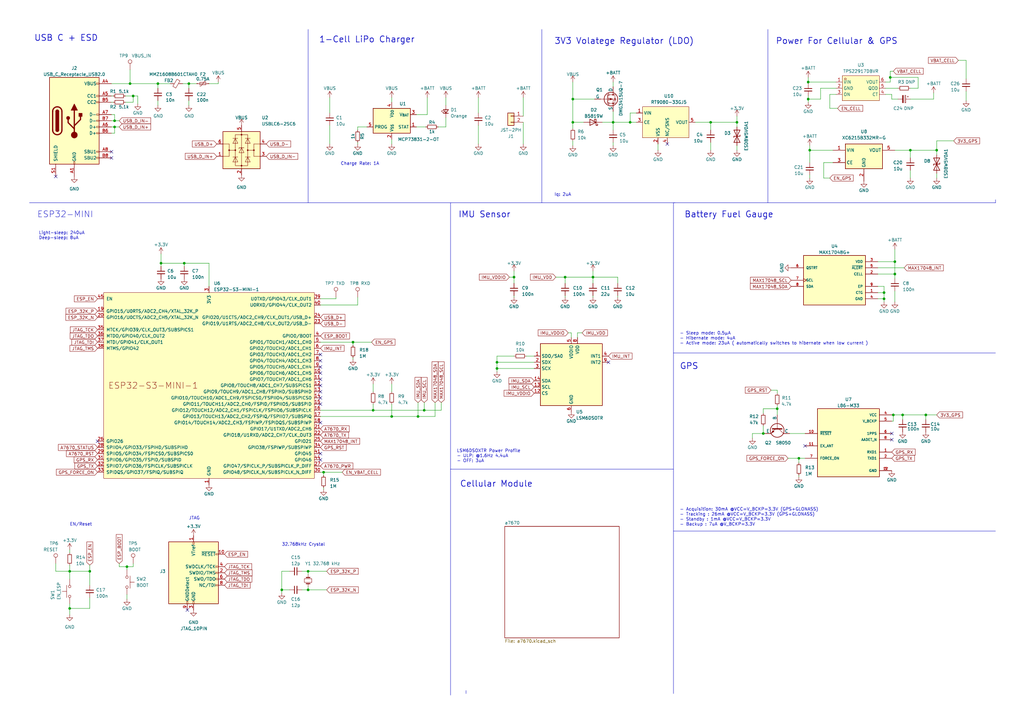
<source format=kicad_sch>
(kicad_sch (version 20230121) (generator eeschema)
  (paper "A3")
  (junction (at 366.395 170.18))
  (junction (at 373.38 61.595))
  (junction (at 173.99 168.275))
  (junction (at 313.055 177.8))
  (junction (at 28.575 234.315))
  (junction (at 327.66 187.96))
  (junction (at 331.47 33.655))
  (junction (at 52.07 232.41))
  (junction (at 36.83 234.315))
  (junction (at 234.95 50.165))
  (junction (at 331.47 40.64))
  (junction (at 53.34 34.29))
  (junction (at 132.715 193.675))
  (junction (at 115.57 241.935))
  (junction (at 362.585 120.015))
  (junction (at 46.99 49.53))
  (junction (at 144.78 140.335))
  (junction (at 251.46 50.165))
  (junction (at 126.365 241.935))
  (junction (at 153.035 168.275))
  (junction (at 160.655 170.815))
  (junction (at 367.03 107.315))
  (junction (at 362.585 122.555))
  (junction (at 332.105 61.595))
  (junction (at 66.04 107.95))
  (junction (at 54.61 39.37))
  (junction (at 370.205 170.18))
  (junction (at 126.365 234.315))
  (junction (at 384.175 61.595))
  (junction (at 234.95 40.64))
  (junction (at 291.465 50.165))
  (junction (at 46.99 52.07))
  (junction (at 379.73 170.18))
  (junction (at 258.445 50.165))
  (junction (at 77.47 34.29))
  (junction (at 64.77 34.29))
  (junction (at 367.03 112.395))
  (junction (at 365.125 31.75))
  (junction (at 231.775 113.665))
  (junction (at 210.82 113.665))
  (junction (at 318.77 167.64))
  (junction (at 203.835 148.59))
  (junction (at 28.575 249.555))
  (junction (at 243.205 113.665))
  (junction (at 302.26 50.165))
  (junction (at 75.565 107.95))
  (junction (at 203.835 151.13))
  (junction (at 171.45 170.815))
  (no_connect (at 131.445 160.655))
  (no_connect (at 76.835 250.19))
  (no_connect (at 131.445 158.115))
  (no_connect (at 131.445 145.415))
  (no_connect (at 365.76 177.8))
  (no_connect (at 131.445 155.575))
  (no_connect (at 131.445 188.595))
  (no_connect (at 131.445 147.955))
  (no_connect (at 131.445 165.735))
  (no_connect (at 365.76 180.34))
  (no_connect (at 22.86 72.39))
  (no_connect (at 273.685 59.055))
  (no_connect (at 131.445 150.495))
  (no_connect (at 45.72 62.23))
  (no_connect (at 131.445 186.055))
  (no_connect (at 131.445 173.355))
  (no_connect (at 131.445 163.195))
  (no_connect (at 131.445 153.035))
  (no_connect (at 330.2 182.88))
  (no_connect (at 249.555 148.59))
  (no_connect (at 40.005 180.975))
  (no_connect (at 45.72 64.77))
  (wire (pts (xy 115.57 234.315) (xy 118.745 234.315)))
  (wire (pts (xy 131.445 122.555) (xy 137.795 122.555)))
  (wire (pts (xy 234.95 40.64) (xy 243.84 40.64)))
  (wire (pts (xy 370.84 109.855) (xy 360.045 109.855)))
  (wire (pts (xy 126.365 241.935) (xy 123.825 241.935)))
  (wire (pts (xy 363.22 33.655) (xy 365.125 33.655)))
  (wire (pts (xy 233.045 136.525) (xy 234.315 136.525)))
  (wire (pts (xy 74.93 34.29) (xy 77.47 34.29)))
  (wire (pts (xy 89.535 34.29) (xy 89.535 33.655)))
  (wire (pts (xy 54.61 232.41) (xy 52.07 232.41)))
  (polyline (pts (xy 276.225 144.78) (xy 408.305 144.78)))
  (wire (pts (xy 36.83 231.775) (xy 36.83 234.315)))
  (wire (pts (xy 64.77 34.29) (xy 69.85 34.29)))
  (wire (pts (xy 196.215 51.435) (xy 196.215 59.055)))
  (wire (pts (xy 251.46 50.165) (xy 258.445 50.165)))
  (wire (pts (xy 367.03 114.3) (xy 367.03 112.395)))
  (wire (pts (xy 46.99 49.53) (xy 48.895 49.53)))
  (wire (pts (xy 175.26 40.005) (xy 175.26 46.99)))
  (wire (pts (xy 160.655 170.815) (xy 171.45 170.815)))
  (wire (pts (xy 231.775 121.285) (xy 231.775 121.92)))
  (wire (pts (xy 318.77 167.64) (xy 318.77 170.18)))
  (wire (pts (xy 331.47 39.37) (xy 331.47 40.64)))
  (wire (pts (xy 332.105 59.69) (xy 332.105 61.595)))
  (wire (pts (xy 365.76 40.64) (xy 368.3 40.64)))
  (wire (pts (xy 331.47 40.64) (xy 331.47 41.91)))
  (wire (pts (xy 144.78 146.685) (xy 144.78 147.32)))
  (wire (pts (xy 85.725 34.29) (xy 89.535 34.29)))
  (wire (pts (xy 144.78 140.335) (xy 152.4 140.335)))
  (wire (pts (xy 260.985 46.355) (xy 258.445 46.355)))
  (wire (pts (xy 45.72 46.99) (xy 46.99 46.99)))
  (wire (pts (xy 367.03 119.38) (xy 367.03 123.825)))
  (polyline (pts (xy 184.785 192.405) (xy 184.785 285.115)))
  (wire (pts (xy 77.47 41.275) (xy 77.47 43.18)))
  (wire (pts (xy 146.685 53.34) (xy 146.685 52.07)))
  (wire (pts (xy 46.99 46.99) (xy 46.99 49.53)))
  (wire (pts (xy 36.83 249.555) (xy 28.575 249.555)))
  (wire (pts (xy 118.745 241.935) (xy 115.57 241.935)))
  (wire (pts (xy 318.77 160.02) (xy 318.77 161.29)))
  (wire (pts (xy 376.555 31.75) (xy 365.125 31.75)))
  (wire (pts (xy 234.95 50.165) (xy 239.395 50.165)))
  (wire (pts (xy 373.38 64.77) (xy 373.38 61.595)))
  (wire (pts (xy 180.975 168.275) (xy 180.975 165.1)))
  (wire (pts (xy 313.69 177.8) (xy 313.055 177.8)))
  (wire (pts (xy 203.835 146.05) (xy 203.835 148.59)))
  (wire (pts (xy 363.22 36.195) (xy 368.3 36.195)))
  (polyline (pts (xy 126.365 12.065) (xy 126.365 83.185)))
  (wire (pts (xy 45.72 49.53) (xy 46.99 49.53)))
  (wire (pts (xy 366.395 172.72) (xy 366.395 170.18)))
  (wire (pts (xy 308.61 179.705) (xy 308.61 177.8)))
  (wire (pts (xy 396.24 37.465) (xy 396.24 41.275)))
  (wire (pts (xy 337.82 73.025) (xy 337.82 66.675)))
  (wire (pts (xy 373.38 40.64) (xy 382.905 40.64)))
  (wire (pts (xy 331.47 33.655) (xy 342.9 33.655)))
  (wire (pts (xy 251.46 33.655) (xy 251.46 35.56)))
  (wire (pts (xy 396.24 24.765) (xy 393.065 24.765)))
  (wire (pts (xy 234.95 50.165) (xy 234.95 52.705)))
  (wire (pts (xy 318.77 166.37) (xy 318.77 167.64)))
  (wire (pts (xy 302.26 47.625) (xy 302.26 50.165)))
  (wire (pts (xy 332.105 61.595) (xy 332.105 66.675)))
  (wire (pts (xy 340.36 73.025) (xy 337.82 73.025)))
  (wire (pts (xy 258.445 50.165) (xy 260.985 50.165)))
  (wire (pts (xy 28.575 249.555) (xy 28.575 252.095)))
  (polyline (pts (xy 191.135 283.21) (xy 191.135 284.48)))
  (wire (pts (xy 370.205 170.18) (xy 379.73 170.18)))
  (wire (pts (xy 308.61 177.8) (xy 313.055 177.8)))
  (wire (pts (xy 46.355 39.37) (xy 45.72 39.37)))
  (wire (pts (xy 313.055 169.545) (xy 313.055 167.64)))
  (wire (pts (xy 51.435 39.37) (xy 54.61 39.37)))
  (wire (pts (xy 247.015 50.165) (xy 251.46 50.165)))
  (wire (pts (xy 291.465 50.165) (xy 302.26 50.165)))
  (wire (pts (xy 51.435 41.91) (xy 54.61 41.91)))
  (wire (pts (xy 52.07 232.41) (xy 52.07 233.68)))
  (wire (pts (xy 45.72 54.61) (xy 46.99 54.61)))
  (wire (pts (xy 36.83 240.03) (xy 36.83 234.315)))
  (wire (pts (xy 365.76 170.18) (xy 366.395 170.18)))
  (wire (pts (xy 316.23 160.02) (xy 318.77 160.02)))
  (wire (pts (xy 313.055 174.625) (xy 313.055 177.8)))
  (wire (pts (xy 365.76 38.735) (xy 365.76 40.64)))
  (polyline (pts (xy 408.305 81.915) (xy 408.305 83.185)))
  (wire (pts (xy 373.38 61.595) (xy 384.175 61.595)))
  (wire (pts (xy 135.255 40.005) (xy 135.255 46.355)))
  (wire (pts (xy 365.76 172.72) (xy 366.395 172.72)))
  (wire (pts (xy 131.445 193.675) (xy 132.715 193.675)))
  (wire (pts (xy 46.99 54.61) (xy 46.99 52.07)))
  (polyline (pts (xy 12.065 83.185) (xy 408.305 83.185)))
  (wire (pts (xy 253.365 121.285) (xy 253.365 121.92)))
  (wire (pts (xy 36.83 245.11) (xy 36.83 249.555)))
  (wire (pts (xy 234.315 136.525) (xy 234.315 138.43)))
  (wire (pts (xy 131.445 140.335) (xy 144.78 140.335)))
  (wire (pts (xy 234.95 57.785) (xy 234.95 59.69)))
  (wire (pts (xy 382.905 40.64) (xy 382.905 38.1)))
  (wire (pts (xy 203.835 152.4) (xy 203.835 151.13)))
  (wire (pts (xy 126.365 241.935) (xy 126.365 240.665)))
  (wire (pts (xy 331.47 31.75) (xy 331.47 33.655)))
  (wire (pts (xy 367.03 61.595) (xy 373.38 61.595)))
  (wire (pts (xy 366.395 29.21) (xy 365.125 29.21)))
  (wire (pts (xy 77.47 34.29) (xy 77.47 36.195)))
  (wire (pts (xy 373.38 69.85) (xy 373.38 73.025)))
  (wire (pts (xy 340.36 44.45) (xy 343.535 44.45)))
  (wire (pts (xy 363.22 38.735) (xy 365.76 38.735)))
  (wire (pts (xy 131.445 170.815) (xy 160.655 170.815)))
  (wire (pts (xy 28.575 234.315) (xy 28.575 237.49)))
  (wire (pts (xy 115.57 234.315) (xy 115.57 241.935)))
  (wire (pts (xy 365.125 29.21) (xy 365.125 31.75)))
  (wire (pts (xy 123.825 234.315) (xy 126.365 234.315)))
  (wire (pts (xy 360.045 112.395) (xy 367.03 112.395)))
  (polyline (pts (xy 276.225 192.405) (xy 184.785 192.405)))
  (wire (pts (xy 56.515 42.545) (xy 56.515 39.37)))
  (polyline (pts (xy 314.96 12.065) (xy 314.96 83.185)))
  (wire (pts (xy 219.075 146.05) (xy 215.9 146.05)))
  (wire (pts (xy 171.45 165.1) (xy 171.45 170.815)))
  (wire (pts (xy 126.365 234.315) (xy 133.985 234.315)))
  (wire (pts (xy 243.205 121.285) (xy 243.205 121.92)))
  (wire (pts (xy 131.445 168.275) (xy 153.035 168.275)))
  (wire (pts (xy 234.95 40.64) (xy 234.95 50.165)))
  (wire (pts (xy 384.175 71.12) (xy 384.175 73.025)))
  (wire (pts (xy 45.72 34.29) (xy 53.34 34.29)))
  (wire (pts (xy 196.215 40.005) (xy 196.215 46.355)))
  (wire (pts (xy 327.66 194.945) (xy 327.66 195.58)))
  (wire (pts (xy 132.715 200.025) (xy 132.715 200.66)))
  (wire (pts (xy 370.205 172.085) (xy 370.205 170.18)))
  (wire (pts (xy 234.95 33.655) (xy 234.95 40.64)))
  (wire (pts (xy 85.725 117.475) (xy 85.725 107.95)))
  (wire (pts (xy 182.88 40.005) (xy 182.88 43.18)))
  (wire (pts (xy 323.215 187.96) (xy 327.66 187.96)))
  (wire (pts (xy 360.045 122.555) (xy 362.585 122.555)))
  (wire (pts (xy 362.585 120.015) (xy 362.585 122.555)))
  (wire (pts (xy 153.035 165.735) (xy 153.035 168.275)))
  (wire (pts (xy 323.85 177.8) (xy 330.2 177.8)))
  (wire (pts (xy 46.355 41.91) (xy 45.72 41.91)))
  (wire (pts (xy 173.99 165.1) (xy 173.99 168.275)))
  (wire (pts (xy 251.46 45.72) (xy 251.46 50.165)))
  (wire (pts (xy 22.86 231.14) (xy 22.86 234.315)))
  (wire (pts (xy 291.465 53.34) (xy 291.465 50.165)))
  (wire (pts (xy 376.555 36.195) (xy 376.555 31.75)))
  (wire (pts (xy 66.04 109.22) (xy 66.04 107.95)))
  (wire (pts (xy 302.26 50.165) (xy 302.26 52.07)))
  (wire (pts (xy 54.61 231.14) (xy 54.61 232.41)))
  (wire (pts (xy 77.47 34.29) (xy 80.645 34.29)))
  (wire (pts (xy 384.175 61.595) (xy 384.175 63.5)))
  (wire (pts (xy 208.915 113.665) (xy 210.82 113.665)))
  (wire (pts (xy 178.435 165.1) (xy 178.435 170.815)))
  (wire (pts (xy 132.715 193.675) (xy 140.335 193.675)))
  (wire (pts (xy 210.82 121.285) (xy 210.82 121.92)))
  (wire (pts (xy 146.685 52.07) (xy 150.495 52.07)))
  (wire (pts (xy 126.365 241.935) (xy 133.985 241.935)))
  (wire (pts (xy 115.57 241.935) (xy 115.57 243.205)))
  (wire (pts (xy 340.36 38.735) (xy 340.36 44.45)))
  (wire (pts (xy 170.815 52.07) (xy 174.625 52.07)))
  (wire (pts (xy 285.115 50.165) (xy 291.465 50.165)))
  (wire (pts (xy 182.88 48.26) (xy 182.88 52.07)))
  (wire (pts (xy 332.105 71.755) (xy 332.105 73.025)))
  (wire (pts (xy 173.99 168.275) (xy 180.975 168.275)))
  (wire (pts (xy 153.035 157.48) (xy 153.035 160.655)))
  (wire (pts (xy 210.82 111.125) (xy 210.82 113.665)))
  (wire (pts (xy 160.655 59.055) (xy 160.655 57.15)))
  (wire (pts (xy 236.855 136.525) (xy 236.855 138.43)))
  (wire (pts (xy 48.895 231.14) (xy 48.895 232.41)))
  (wire (pts (xy 214.63 40.005) (xy 214.63 47.625)))
  (wire (pts (xy 366.395 170.18) (xy 370.205 170.18)))
  (wire (pts (xy 146.685 58.42) (xy 146.685 59.055)))
  (wire (pts (xy 203.835 148.59) (xy 203.835 151.13)))
  (wire (pts (xy 56.515 39.37) (xy 54.61 39.37)))
  (wire (pts (xy 373.38 36.195) (xy 376.555 36.195)))
  (wire (pts (xy 253.365 116.205) (xy 253.365 113.665)))
  (wire (pts (xy 302.26 59.69) (xy 302.26 61.595)))
  (wire (pts (xy 160.655 157.48) (xy 160.655 160.655)))
  (wire (pts (xy 144.78 140.335) (xy 144.78 141.605)))
  (wire (pts (xy 258.445 46.355) (xy 258.445 50.165)))
  (wire (pts (xy 340.36 38.735) (xy 342.9 38.735)))
  (wire (pts (xy 28.575 231.775) (xy 28.575 234.315)))
  (wire (pts (xy 362.585 123.825) (xy 362.585 122.555)))
  (wire (pts (xy 327.66 189.865) (xy 327.66 187.96)))
  (wire (pts (xy 253.365 113.665) (xy 243.205 113.665)))
  (wire (pts (xy 160.655 165.735) (xy 160.655 170.815)))
  (wire (pts (xy 391.16 57.785) (xy 384.175 57.785)))
  (wire (pts (xy 48.895 232.41) (xy 52.07 232.41)))
  (wire (pts (xy 360.045 117.475) (xy 362.585 117.475)))
  (wire (pts (xy 336.55 36.195) (xy 342.9 36.195)))
  (wire (pts (xy 231.775 113.665) (xy 243.205 113.665)))
  (polyline (pts (xy 184.785 192.405) (xy 184.785 83.185)))
  (wire (pts (xy 367.03 102.235) (xy 367.03 107.315)))
  (wire (pts (xy 336.55 40.64) (xy 336.55 36.195)))
  (polyline (pts (xy 222.25 12.065) (xy 222.25 83.185)))
  (wire (pts (xy 337.82 66.675) (xy 341.63 66.675)))
  (wire (pts (xy 135.255 51.435) (xy 135.255 59.055)))
  (wire (pts (xy 379.73 172.085) (xy 379.73 170.18)))
  (wire (pts (xy 52.07 245.745) (xy 52.07 243.84)))
  (wire (pts (xy 362.585 120.015) (xy 360.045 120.015)))
  (wire (pts (xy 210.82 113.665) (xy 210.82 116.205)))
  (wire (pts (xy 231.775 113.665) (xy 231.775 116.205)))
  (wire (pts (xy 243.205 113.665) (xy 243.205 116.205)))
  (wire (pts (xy 182.88 52.07) (xy 179.705 52.07)))
  (wire (pts (xy 53.34 28.575) (xy 53.34 34.29)))
  (wire (pts (xy 291.465 58.42) (xy 291.465 61.595)))
  (wire (pts (xy 227.965 113.665) (xy 231.775 113.665)))
  (wire (pts (xy 384.175 170.18) (xy 379.73 170.18)))
  (wire (pts (xy 137.795 122.555) (xy 137.795 121.92)))
  (wire (pts (xy 175.26 46.99) (xy 170.815 46.99)))
  (wire (pts (xy 126.365 234.315) (xy 126.365 235.585)))
  (wire (pts (xy 22.86 234.315) (xy 28.575 234.315)))
  (wire (pts (xy 384.175 57.785) (xy 384.175 61.595)))
  (wire (pts (xy 362.585 117.475) (xy 362.585 120.015)))
  (wire (pts (xy 236.855 136.525) (xy 238.76 136.525)))
  (wire (pts (xy 251.46 50.165) (xy 251.46 53.34)))
  (wire (pts (xy 75.565 107.95) (xy 66.04 107.95)))
  (wire (pts (xy 210.82 146.05) (xy 203.835 146.05)))
  (wire (pts (xy 327.66 187.96) (xy 330.2 187.96)))
  (wire (pts (xy 36.83 234.315) (xy 28.575 234.315)))
  (wire (pts (xy 153.035 168.275) (xy 173.99 168.275)))
  (wire (pts (xy 53.34 34.29) (xy 64.77 34.29)))
  (wire (pts (xy 28.575 247.65) (xy 28.575 249.555)))
  (wire (pts (xy 313.055 167.64) (xy 318.77 167.64)))
  (wire (pts (xy 85.725 107.95) (xy 75.565 107.95)))
  (wire (pts (xy 146.685 125.095) (xy 131.445 125.095)))
  (wire (pts (xy 28.575 225.425) (xy 28.575 226.695)))
  (wire (pts (xy 66.04 104.14) (xy 66.04 107.95)))
  (wire (pts (xy 132.715 193.675) (xy 132.715 194.945)))
  (wire (pts (xy 365.125 31.75) (xy 365.125 33.655)))
  (wire (pts (xy 251.46 58.42) (xy 251.46 59.69)))
  (wire (pts (xy 203.835 148.59) (xy 219.075 148.59)))
  (wire (pts (xy 171.45 170.815) (xy 178.435 170.815)))
  (wire (pts (xy 360.045 107.315) (xy 367.03 107.315)))
  (wire (pts (xy 46.99 52.07) (xy 48.895 52.07)))
  (wire (pts (xy 219.075 151.13) (xy 203.835 151.13)))
  (wire (pts (xy 64.77 41.275) (xy 64.77 43.18)))
  (wire (pts (xy 54.61 39.37) (xy 54.61 41.91)))
  (wire (pts (xy 160.655 40.005) (xy 160.655 41.91)))
  (wire (pts (xy 332.105 61.595) (xy 341.63 61.595)))
  (wire (pts (xy 243.205 111.125) (xy 243.205 113.665)))
  (wire (pts (xy 64.77 34.29) (xy 64.77 36.195)))
  (wire (pts (xy 331.47 40.64) (xy 336.55 40.64)))
  (wire (pts (xy 146.685 121.92) (xy 146.685 125.095)))
  (polyline (pts (xy 276.225 284.48) (xy 276.225 83.185)))
  (wire (pts (xy 396.24 32.385) (xy 396.24 24.765)))
  (wire (pts (xy 367.03 107.315) (xy 367.03 112.395)))
  (wire (pts (xy 269.875 59.055) (xy 269.875 61.595)))
  (polyline (pts (xy 276.225 217.805) (xy 408.305 217.805)))
  (polyline (pts (xy 276.225 83.185) (xy 276.86 83.185)))
  (wire (pts (xy 214.63 50.165) (xy 214.63 59.055)))
  (wire (pts (xy 331.47 33.655) (xy 331.47 34.29)))
  (wire (pts (xy 45.72 52.07) (xy 46.99 52.07)))
  (wire (pts (xy 75.565 109.22) (xy 75.565 107.95)))
  (text "USB C + ESD\n" (at 13.97 17.145 0) (effects (font (size 2.5 2.5) (thickness 0.254) bold) (justify left bottom)))
  (text "- Sleep mode: 0.5µA\n- Hibernate mode: 4uA\n- Active mode: 23uA ( automatically switches to hibernate when low current )" (at 278.765 141.605 0) (effects (font (size 1.27 1.27)) (justify left bottom)))
  (text "Iq: 2uA" (at 227.33 80.645 0) (effects (font (size 1.27 1.27)) (justify left bottom)))
  (text "EN/Reset" (at 28.575 215.9 0) (effects (font (size 1.27 1.27)) (justify left bottom)))
  (text "3V3 Volatege Regulator (LDO)" (at 227.33 18.415 0) (effects (font (size 2.5 2.5) (thickness 0.254) bold) (justify left bottom)))
  (text "Power For Cellular & GPS" (at 318.135 18.415 0) (effects (font (size 2.5 2.5) (thickness 0.254) bold) (justify left bottom)))
  (text "LSM6DSOXTR Power Profile\n- ULP: @1.6Hz 4.4uA\n- OFF: 3uA" (at 187.325 189.865 0) (effects (font (size 1.27 1.27)) (justify left bottom)))
  (text "Light-sleep: 240uA\nDeep-sleep: 8uA" (at 15.875 98.425 0) (effects (font (size 1.27 1.27)) (justify left bottom)))
  (text "IMU Sensor" (at 187.96 89.535 0) (effects (font (size 2.5 2.5) (thickness 0.254) bold) (justify left bottom)))
  (text "Battery Fuel Gauge" (at 280.67 89.535 0) (effects (font (size 2.5 2.5) (thickness 0.254) bold) (justify left bottom)))
  (text "JTAG" (at 77.47 213.36 0) (effects (font (size 1.27 1.27)) (justify left bottom)))
  (text "Charge Rate: 1A" (at 139.7 67.945 0) (effects (font (size 1.27 1.27)) (justify left bottom)))
  (text "GPS" (at 278.765 151.765 0) (effects (font (size 2.5 2.5) (thickness 0.254) bold) (justify left bottom)))
  (text "1-Cell LiPo Charger" (at 130.81 17.78 0) (effects (font (size 2.5 2.5) (thickness 0.254) bold) (justify left bottom)))
  (text "32.768kHz Crystal" (at 115.57 224.155 0) (effects (font (size 1.27 1.27)) (justify left bottom)))
  (text "- Acquisition: 30mA @VCC=V_BCKP=3.3V (GPS+GLONASS)\n- Tracking : 26mA @VCC=V_BCKP=3.3V (GPS+GLONASS)\n- Standby : 1mA @VCC=V_BCKP=3.3V\n- Backup : 7uA @V_BCKP=3.3V" (at 278.765 215.9 0) (effects (font (size 1.27 1.27)) (justify left bottom)))
  (text "Cellular Module" (at 188.595 200.025 0) (effects (font (size 2.5 2.5) (thickness 0.254) bold) (justify left bottom)))
  (text "ESP32-MINI" (at 15.24 89.535 0) (effects (font (size 2.5 2.5)) (justify left bottom)))
  (global_label "MAX17048_INT" (shape input) (at 131.445 180.975 0) (property "Intersheetrefs" "${INTERSHEET_REFS}" (effects hide)))
  (global_label "IMU_VDD" (shape input) (at 238.76 136.525 0) (property "Intersheetrefs" "${INTERSHEET_REFS}" (effects hide)))
  (global_label "A7670_TX" (shape input) (at 131.445 178.435 0) (property "Intersheetrefs" "${INTERSHEET_REFS}" (effects hide)))
  (global_label "VBAT_CELL" (shape input) (at 366.395 29.21 0) (property "Intersheetrefs" "${INTERSHEET_REFS}" (effects hide)))
  (global_label "A7670_PWR" (shape input) (at 131.445 191.135 0) (property "Intersheetrefs" "${INTERSHEET_REFS}" (effects hide)))
  (global_label "JTAG_TMS" (shape input) (at 40.005 142.875 180) (property "Intersheetrefs" "${INTERSHEET_REFS}" (effects hide)))
  (global_label "IMU_SDA" (shape input) (at 171.45 165.1 90) (property "Intersheetrefs" "${INTERSHEET_REFS}" (effects hide)))
  (global_label "USB_D_IN+" (shape input) (at 48.895 52.07 0) (property "Intersheetrefs" "${INTERSHEET_REFS}" (effects hide)))
  (global_label "MAX17048_SCL" (shape input) (at 324.485 114.935 180) (property "Intersheetrefs" "${INTERSHEET_REFS}" (effects hide)))
  (global_label "GPS_FORCE_ON" (shape input) (at 40.005 193.675 180) (property "Intersheetrefs" "${INTERSHEET_REFS}" (effects hide)))
  (global_label "A7670_RST" (shape input) (at 40.005 186.055 180) (property "Intersheetrefs" "${INTERSHEET_REFS}" (effects hide)))
  (global_label "ESP_BOOT" (shape input) (at 48.895 231.14 90) (property "Intersheetrefs" "${INTERSHEET_REFS}" (effects hide)))
  (global_label "JTAG_TCK" (shape input) (at 40.005 135.255 180) (property "Intersheetrefs" "${INTERSHEET_REFS}" (effects hide)))
  (global_label "IMU_VDD" (shape input) (at 227.965 113.665 180) (property "Intersheetrefs" "${INTERSHEET_REFS}" (effects hide)))
  (global_label "ESP_32K_N" (shape input) (at 40.005 130.175 180) (property "Intersheetrefs" "${INTERSHEET_REFS}" (effects hide)))
  (global_label "EN_VBAT_CELL" (shape input) (at 140.335 193.675 0) (property "Intersheetrefs" "${INTERSHEET_REFS}" (effects hide)))
  (global_label "IMU_SCL" (shape input) (at 173.99 165.1 90) (property "Intersheetrefs" "${INTERSHEET_REFS}" (effects hide)))
  (global_label "3V3_GPS" (shape input) (at 391.16 57.785 0) (property "Intersheetrefs" "${INTERSHEET_REFS}" (effects hide)))
  (global_label "ESP_32K_P" (shape input) (at 133.985 234.315 0) (property "Intersheetrefs" "${INTERSHEET_REFS}" (effects hide)))
  (global_label "GPS_FORCE_ON" (shape input) (at 323.215 187.96 180) (property "Intersheetrefs" "${INTERSHEET_REFS}" (effects hide)))
  (global_label "ESP_32K_N" (shape input) (at 133.985 241.935 0) (property "Intersheetrefs" "${INTERSHEET_REFS}" (effects hide)))
  (global_label "IMU_VDDIO" (shape input) (at 208.915 113.665 180) (property "Intersheetrefs" "${INTERSHEET_REFS}" (effects hide)))
  (global_label "JTAG_TDO" (shape input) (at 92.075 237.49 0) (property "Intersheetrefs" "${INTERSHEET_REFS}" (effects hide)))
  (global_label "GPS_RST" (shape input) (at 131.445 183.515 0) (property "Intersheetrefs" "${INTERSHEET_REFS}" (effects hide)))
  (global_label "USB_D-" (shape input) (at 109.22 59.055 0) (property "Intersheetrefs" "${INTERSHEET_REFS}" (effects hide)))
  (global_label "JTAG_TMS" (shape input) (at 92.075 234.95 0) (property "Intersheetrefs" "${INTERSHEET_REFS}" (effects hide)))
  (global_label "IMU_INT" (shape input) (at 249.555 146.05 0) (property "Intersheetrefs" "${INTERSHEET_REFS}" (effects hide)))
  (global_label "GPS_RST" (shape input) (at 316.23 160.02 180) (property "Intersheetrefs" "${INTERSHEET_REFS}" (effects hide)))
  (global_label "JTAG_TCK" (shape input) (at 92.075 232.41 0) (property "Intersheetrefs" "${INTERSHEET_REFS}" (effects hide)))
  (global_label "JTAG_TDI" (shape input) (at 92.075 240.03 0) (property "Intersheetrefs" "${INTERSHEET_REFS}" (effects hide)))
  (global_label "USB_D-" (shape input) (at 131.445 132.715 0) (property "Intersheetrefs" "${INTERSHEET_REFS}" (effects hide)))
  (global_label "IMU_VDDIO" (shape input) (at 233.045 136.525 180) (property "Intersheetrefs" "${INTERSHEET_REFS}" (effects hide)))
  (global_label "GPS_TX" (shape input) (at 365.76 187.96 0) (property "Intersheetrefs" "${INTERSHEET_REFS}" (effects hide)))
  (global_label "MAX17048_SDA" (shape input) (at 178.435 165.1 90) (property "Intersheetrefs" "${INTERSHEET_REFS}" (effects hide)))
  (global_label "ESP_EN" (shape input) (at 92.075 227.33 0) (property "Intersheetrefs" "${INTERSHEET_REFS}" (effects hide)))
  (global_label "GPS_TX" (shape input) (at 40.005 191.135 180) (property "Intersheetrefs" "${INTERSHEET_REFS}" (effects hide)))
  (global_label "VBAT_CELL" (shape input) (at 393.065 24.765 180) (property "Intersheetrefs" "${INTERSHEET_REFS}" (effects hide)))
  (global_label "GPS_RX" (shape input) (at 365.76 185.42 0) (property "Intersheetrefs" "${INTERSHEET_REFS}" (effects hide)))
  (global_label "A7670_STATUS" (shape input) (at 40.005 183.515 180) (property "Intersheetrefs" "${INTERSHEET_REFS}" (effects hide)))
  (global_label "USB_D_IN-" (shape input) (at 48.895 49.53 0) (property "Intersheetrefs" "${INTERSHEET_REFS}" (effects hide)))
  (global_label "USB_D+" (shape input) (at 131.445 130.175 0) (property "Intersheetrefs" "${INTERSHEET_REFS}" (effects hide)))
  (global_label "3V3_GPS" (shape input) (at 384.175 170.18 0) (property "Intersheetrefs" "${INTERSHEET_REFS}" (effects hide)))
  (global_label "USB_D+" (shape input) (at 88.9 59.055 180) (property "Intersheetrefs" "${INTERSHEET_REFS}" (effects hide)))
  (global_label "IMU_INT" (shape input) (at 131.445 142.875 0) (property "Intersheetrefs" "${INTERSHEET_REFS}" (effects hide)))
  (global_label "JTAG_TDI" (shape input) (at 40.005 140.335 180) (property "Intersheetrefs" "${INTERSHEET_REFS}" (effects hide)))
  (global_label "IMU_SDA" (shape input) (at 219.075 156.21 180) (property "Intersheetrefs" "${INTERSHEET_REFS}" (effects hide)))
  (global_label "USB_D_IN+" (shape input) (at 88.9 64.135 180) (property "Intersheetrefs" "${INTERSHEET_REFS}" (effects hide)))
  (global_label "GPS_RX" (shape input) (at 40.005 188.595 180) (property "Intersheetrefs" "${INTERSHEET_REFS}" (effects hide)))
  (global_label "ESP_EN" (shape input) (at 36.83 231.775 90) (property "Intersheetrefs" "${INTERSHEET_REFS}" (effects hide)))
  (global_label "IMU_VDDIO" (shape input) (at 219.075 161.29 180) (property "Intersheetrefs" "${INTERSHEET_REFS}" (effects hide)))
  (global_label "EN_GPS" (shape input) (at 340.36 73.025 0) (property "Intersheetrefs" "${INTERSHEET_REFS}" (effects hide)))
  (global_label "ESP_EN" (shape input) (at 40.005 122.555 180) (property "Intersheetrefs" "${INTERSHEET_REFS}" (effects hide)))
  (global_label "USB_D_IN-" (shape input) (at 109.22 64.135 0) (property "Intersheetrefs" "${INTERSHEET_REFS}" (effects hide)))
  (global_label "A7670_RX" (shape input) (at 131.445 175.895 0) (property "Intersheetrefs" "${INTERSHEET_REFS}" (effects hide)))
  (global_label "ESP_BOOT" (shape input) (at 131.445 137.795 0) (property "Intersheetrefs" "${INTERSHEET_REFS}" (effects hide)))
  (global_label "MAX17048_INT" (shape input) (at 370.84 109.855 0) (property "Intersheetrefs" "${INTERSHEET_REFS}" (effects hide)))
  (global_label "EN_GPS" (shape input) (at 152.4 140.335 0) (property "Intersheetrefs" "${INTERSHEET_REFS}" (effects hide)))
  (global_label "ESP_32K_P" (shape input) (at 40.005 127.635 180) (property "Intersheetrefs" "${INTERSHEET_REFS}" (effects hide)))
  (global_label "MAX17048_SDA" (shape input) (at 324.485 117.475 180) (property "Intersheetrefs" "${INTERSHEET_REFS}" (effects hide)))
  (global_label "IMU_SCL" (shape input) (at 219.075 158.75 180) (property "Intersheetrefs" "${INTERSHEET_REFS}" (effects hide)))
  (global_label "MAX17048_SCL" (shape input) (at 180.975 165.1 90) (property "Intersheetrefs" "${INTERSHEET_REFS}" (effects hide)))
  (global_label "JTAG_TDO" (shape input) (at 40.005 137.795 180) (property "Intersheetrefs" "${INTERSHEET_REFS}" (effects hide)))
  (global_label "EN_CELL" (shape input) (at 343.535 44.45 0) (property "Intersheetrefs" "${INTERSHEET_REFS}" (effects hide)))
  (symbol (lib_id "Switch:SW_Push") (at 28.575 242.57 90) (unit 1)
    (property "Reference" "SW1" (at 21.59 241.935 0) (effects (justify right)))
    (property "Value" "EN_ESP" (at 24.13 238.76 0) (effects (justify right)))
    (property "Footprint" "Button_Switch_SMD:SW_Push_1P1T_NO_CK_KMR2" (effects hide))
    (property "Description" "0.01A Brick nogging SPST - NO 300gf 32V SMD Tactile Switches ROHS" (effects hide))
    (property "Distributor" "LCSC" (effects hide))
    (property "Distributor Link" "https://www.lcsc.com/product-detail/Tactile-Switches_C-K-KMR233GLFG_C2689601.html" (effects hide))
    (property "Distributor Part Number" "C2689601" (effects hide))
    (property "Id" "46" (effects hide))
    (property "Manufacture" "C&K" (effects hide))
    (property "Manufacture Part Number" "KMR233GLFG" (effects hide))
    (property "Type" "SMD" (effects hide))
  )
  (symbol (lib_id "power:GND") (at 251.46 59.69 0) (unit 1)
    (property "Reference" "#PWR020" (effects hide))
    (property "Value" "GND" (at 251.46 63.5 0))
  )
  (symbol (lib_id "power:GND") (at 354.33 74.295 0) (unit 1)
    (property "Reference" "#PWR093" (effects hide))
    (property "Value" "GND" (at 354.33 78.105 0))
  )
  (symbol (lib_id "Connector_Generic:Conn_01x02") (at 209.55 47.625 0) (mirror y) (unit 1)
    (property "Reference" "J1" (at 209.55 55.88 0))
    (property "Value" "JST-2PH" (at 209.55 53.34 0))
    (property "Footprint" "Teapot:JST_PH_S2B-PH-SM4-TB_1x02-1MP_P2.00mm_Horizontal" (effects hide))
    (property "Description" "1x2P PH 1 Tin 2mm Male pin 2 -25℃~+85℃ Copper Alloy 2A Surface Mount SMD,P=2mm Wire To Board / Wire To Wire Connector ROHS" (effects hide))
    (property "Distributor" "LCSC" (effects hide))
    (property "Distributor Link" "https://www.lcsc.com/product-detail/Wire-To-Board-Wire-To-Wire-Connector_JST-Sales-America-S2B-PH-SM4-TB-LF-SN_C295747.html" (effects hide))
    (property "Distributor Part Number" "C295747" (effects hide))
    (property "Id" "24" (effects hide))
    (property "Manufacture" "JST Sales America Inc." (effects hide))
    (property "Manufacture Part Number" "S2B-PH-SM4-TB(LF)(SN)" (effects hide))
    (property "Type" "SMD" (effects hide))
  )
  (symbol (lib_id "power:VBUS") (at 234.95 33.655 0) (unit 1)
    (property "Reference" "#PWR02" (effects hide))
    (property "Value" "VBUS" (at 234.95 30.48 0))
  )
  (symbol (lib_id "Device:R_Small") (at 48.895 39.37 90) (unit 1)
    (property "Reference" "R1" (at 46.355 37.465 90))
    (property "Value" "5.1k" (at 50.8 37.465 90))
    (property "Footprint" "Resistor_SMD:R_0402_1005Metric" (effects hide))
    (property "Description" "62.5mW Thick Film Resistors ±100ppm/℃ ±1% 5.1kΩ 0402 Chip Resistor - Surface Mount ROHS" (effects hide))
    (property "Distributor" "LCSC" (effects hide))
    (property "Distributor Link" "https://www.lcsc.com/product-detail/Chip-Resistor-Surface-Mount_UNI-ROYAL-Uniroyal-Elec-0402WGF5101TCE_C25905.html" (effects hide))
    (property "Distributor Part Number" "C25905" (effects hide))
    (property "Id" "35" (effects hide))
    (property "Manufacture" "UNI-ROYAL(Uniroyal Elec)" (effects hide))
    (property "Manufacture Part Number" "0402WGF5101TCE" (effects hide))
    (property "Type" "SMD" (effects hide))
  )
  (symbol (lib_id "power:GND") (at 370.205 177.165 0) (unit 1)
    (property "Reference" "#PWR045" (effects hide))
    (property "Value" "GND" (at 370.205 180.975 0))
  )
  (symbol (lib_id "Connector:TestPoint") (at 54.61 231.14 0) (unit 1)
    (property "Reference" "TP5" (at 52.705 222.885 0) (effects (justify left)))
    (property "Value" "BOOT" (at 52.705 225.425 0) (effects (justify left)))
    (property "Footprint" "TestPoint:TestPoint_Pad_D1.0mm" (effects hide))
  )
  (symbol (lib_id "Device:C_Small") (at 332.105 69.215 0) (mirror y) (unit 1)
    (property "Reference" "C21" (at 329.565 68.5863 0) (effects (justify left)))
    (property "Value" "10u" (at 329.565 71.1263 0) (effects (justify left)))
    (property "Footprint" "Capacitor_SMD:C_0603_1608Metric" (effects hide))
    (property "Description" "10V 10uF X5R ±10% 0603 Multilayer Ceramic Capacitors MLCC - SMD/SMT ROHS" (effects hide))
    (property "Distributor" "LCSC" (effects hide))
    (property "Distributor Link" "https://www.lcsc.com/product-detail/Multilayer-Ceramic-Capacitors-MLCC-SMD-SMT_Samsung-Electro-Mechanics-CL10A106KP8NNNC_C19702.html" (effects hide))
    (property "Distributor Part Number" "C19702" (effects hide))
    (property "Id" "1" (effects hide))
    (property "Manufacture" "Samsung Electro-Mechanics" (effects hide))
    (property "Manufacture Part Number" "CL10A106KP8NNNC" (effects hide))
    (property "Type" "SMD" (effects hide))
  )
  (symbol (lib_id "power:GND") (at 214.63 59.055 0) (unit 1)
    (property "Reference" "#PWR017" (effects hide))
    (property "Value" "GND" (at 214.63 62.865 0))
  )
  (symbol (lib_id "power:GND") (at 379.73 177.165 0) (unit 1)
    (property "Reference" "#PWR046" (effects hide))
    (property "Value" "GND" (at 379.73 180.975 0))
  )
  (symbol (lib_id "L86-M33:L86-M33") (at 347.98 180.34 0) (unit 1)
    (property "Reference" "U7" (at 347.98 163.83 0))
    (property "Value" "L86-M33" (at 347.98 166.37 0))
    (property "Footprint" "Teapot:XCVR_L86-M33" (effects hide))
    (property "Description" "GNSS / GPS Modules GNSS" (effects hide))
    (property "Distributor" "Mouser" (effects hide))
    (property "Distributor Link" "https://www.mouser.co.id/ProductDetail/Quectel/L86-M33?qs=GedFDFLaBXFvEvNOo6IDYg%3D%3D" (effects hide))
    (property "Distributor Part Number" "277-L86-M33" (effects hide))
    (property "Id" "57" (effects hide))
    (property "Manufacture" "Quectel" (effects hide))
    (property "Manufacture Part Number" "L86-M33" (effects hide))
    (property "Type" "SMD" (effects hide))
  )
  (symbol (lib_id "power:GND") (at 99.06 71.755 0) (unit 1)
    (property "Reference" "#PWR018" (effects hide))
    (property "Value" "GND" (at 99.06 76.835 0))
  )
  (symbol (lib_id "Switch:SW_Push") (at 52.07 238.76 270) (unit 1)
    (property "Reference" "SW2" (at 55.88 237.49 90) (effects (justify left)))
    (property "Value" "BOOT" (at 55.88 240.03 90) (effects (justify left)))
    (property "Footprint" "Button_Switch_SMD:SW_Push_1P1T_NO_CK_KMR2" (effects hide))
    (property "Description" "0.01A Brick nogging SPST - NO 300gf 32V SMD Tactile Switches ROHS" (effects hide))
    (property "Distributor" "LCSC" (effects hide))
    (property "Distributor Link" "https://www.lcsc.com/product-detail/Tactile-Switches_C-K-KMR233GLFG_C2689601.html" (effects hide))
    (property "Distributor Part Number" "C2689601" (effects hide))
    (property "Id" "29" (effects hide))
    (property "Manufacture" "C&K" (effects hide))
    (property "Manufacture Part Number" "KMR233GLFG" (effects hide))
    (property "Type" "SMD" (effects hide))
  )
  (symbol (lib_id "power:GND") (at 308.61 179.705 0) (unit 1)
    (property "Reference" "#PWR047" (effects hide))
    (property "Value" "GND" (at 308.61 183.515 0))
  )
  (symbol (lib_id "power:GND") (at 332.105 73.025 0) (mirror y) (unit 1)
    (property "Reference" "#PWR065" (effects hide))
    (property "Value" "GND" (at 332.105 76.835 0))
  )
  (symbol (lib_id "Device:R_Small") (at 318.77 163.83 0) (unit 1)
    (property "Reference" "R11" (at 322.58 163.195 0))
    (property "Value" "4.7k" (at 322.58 165.735 0))
    (property "Footprint" "Resistor_SMD:R_0402_1005Metric" (effects hide))
    (property "Description" "62.5mW Thick Film Resistors ±100ppm/℃ ±5% 4.7kΩ 0402 Chip Resistor - Surface Mount ROHS" (effects hide))
    (property "Distributor" "LCSC" (effects hide))
    (property "Distributor Link" "https://www.lcsc.com/product-detail/Chip-Resistor-Surface-Mount_UNI-ROYAL-Uniroyal-Elec-0402WGJ0472TCE_C25940.html" (effects hide))
    (property "Distributor Part Number" "C25940" (effects hide))
    (property "Id" "39" (effects hide))
    (property "Manufacture" "UNI-ROYAL(Uniroyal Elec)" (effects hide))
    (property "Manufacture Part Number" "0402WGJ0472TCE" (effects hide))
    (property "Type" "SMD" (effects hide))
  )
  (symbol (lib_id "power:GND") (at 396.24 41.275 0) (mirror y) (unit 1)
    (property "Reference" "#PWR068" (effects hide))
    (property "Value" "GND" (at 396.24 45.085 0))
  )
  (symbol (lib_id "power:GND") (at 64.77 43.18 0) (unit 1)
    (property "Reference" "#PWR023" (effects hide))
    (property "Value" "GND" (at 64.897 47.5742 0))
  )
  (symbol (lib_id "power:+3.3V") (at 153.035 157.48 0) (unit 1)
    (property "Reference" "#PWR041" (effects hide))
    (property "Value" "+3.3V" (at 153.035 153.67 0))
  )
  (symbol (lib_id "power:GND") (at 365.76 193.04 0) (unit 1)
    (property "Reference" "#PWR048" (effects hide))
    (property "Value" "GND" (at 365.76 196.85 0))
  )
  (symbol (lib_id "power:GND") (at 253.365 121.92 0) (unit 1)
    (property "Reference" "#PWR038" (effects hide))
    (property "Value" "GND" (at 253.365 125.73 0))
  )
  (symbol (lib_id "power:+BATT") (at 332.105 59.69 0) (unit 1)
    (property "Reference" "#PWR094" (effects hide))
    (property "Value" "+BATT" (at 332.105 55.88 0))
  )
  (symbol (lib_id "Connector:Conn_ARM_JTAG_SWD_10") (at 79.375 234.95 0) (unit 1) (in_bom no)
    (property "Reference" "J3" (at 67.945 234.315 0) (effects (justify right)))
    (property "Value" "JTAG_10PIN" (at 85.09 257.81 0) (effects (justify right)))
    (property "Footprint" "Connector:Tag-Connect_TC2050-IDC-NL_2x05_P1.27mm_Vertical" (effects hide))
    (property "Datasheet" "http://infocenter.arm.com/help/topic/com.arm.doc.ddi0314h/DDI0314H_coresight_components_trm.pdf" (effects hide))
    (property "Description" "DNP" (effects hide))
    (property "Distributor" "-" (effects hide))
    (property "Distributor Link" "-" (effects hide))
    (property "Distributor Part Number" "-" (effects hide))
    (property "Id" "26" (effects hide))
    (property "Manufacture" "-" (effects hide))
    (property "Manufacture Part Number" "-" (effects hide))
    (property "Type" "SMD" (effects hide))
  )
  (symbol (lib_id "power:GND") (at 373.38 73.025 0) (mirror y) (unit 1)
    (property "Reference" "#PWR062" (effects hide))
    (property "Value" "GND" (at 373.38 76.835 0))
  )
  (symbol (lib_id "bwcl1a:TPS22917DBVR") (at 353.06 36.195 0) (unit 1)
    (property "Reference" "U3" (at 353.06 26.67 0))
    (property "Value" "TPS22917DBVR" (at 353.06 29.21 0))
    (property "Footprint" "Package_TO_SOT_SMD:SOT-23-6" (effects hide))
  )
  (symbol (lib_id "Connector:TestPoint") (at 137.795 121.92 0) (unit 1)
    (property "Reference" "TP7" (at 133.35 116.205 0) (effects (justify left)))
    (property "Value" "TXD" (at 137.795 116.205 0) (effects (justify left)))
    (property "Footprint" "TestPoint:TestPoint_Pad_D1.0mm" (effects hide))
  )
  (symbol (lib_id "power:+BATT") (at 196.215 40.005 0) (unit 1)
    (property "Reference" "#PWR08" (effects hide))
    (property "Value" "+BATT" (at 196.215 36.195 0))
  )
  (symbol (lib_id "Device:C_Small") (at 370.205 174.625 0) (unit 1)
    (property "Reference" "C13" (at 372.11 173.99 0) (effects (justify left)))
    (property "Value" "100n" (at 372.11 175.895 0) (effects (justify left)))
    (property "Footprint" "Capacitor_SMD:C_0402_1005Metric" (effects hide))
    (property "Description" "16V 100nF X7R ±10% 0402 Multilayer Ceramic Capacitors MLCC - SMD/SMT ROHS" (effects hide))
    (property "Distributor" "LCSC" (effects hide))
    (property "Distributor Link" "https://www.lcsc.com/product-detail/Multilayer-Ceramic-Capacitors-MLCC-SMD-SMT_Samsung-Electro-Mechanics-CL05B104KO5NNNC_C1525.html" (effects hide))
    (property "Distributor Part Number" "C1525" (effects hide))
    (property "Id" "3" (effects hide))
    (property "Manufacture" "Samsung Electro-Mechanics" (effects hide))
    (property "Manufacture Part Number" "CL05B104KO5NNNC" (effects hide))
    (property "Type" "SMD" (effects hide))
  )
  (symbol (lib_id "Device:C_Small") (at 135.255 48.895 0) (unit 1)
    (property "Reference" "C1" (at 137.795 48.2663 0) (effects (justify left)))
    (property "Value" "10u" (at 137.795 50.8063 0) (effects (justify left)))
    (property "Footprint" "Capacitor_SMD:C_0603_1608Metric" (effects hide))
    (property "Description" "10V 10uF X5R ±10% 0603 Multilayer Ceramic Capacitors MLCC - SMD/SMT ROHS" (effects hide))
    (property "Distributor" "LCSC" (effects hide))
    (property "Distributor Link" "https://www.lcsc.com/product-detail/Multilayer-Ceramic-Capacitors-MLCC-SMD-SMT_Samsung-Electro-Mechanics-CL10A106KP8NNNC_C19702.html" (effects hide))
    (property "Distributor Part Number" "C19702" (effects hide))
    (property "Id" "1" (effects hide))
    (property "Manufacture" "Samsung Electro-Mechanics" (effects hide))
    (property "Manufacture Part Number" "CL10A106KP8NNNC" (effects hide))
    (property "Type" "SMD" (effects hide))
  )
  (symbol (lib_id "Device:C_Small") (at 121.285 234.315 270) (unit 1)
    (property "Reference" "C15" (at 121.285 228.6 90))
    (property "Value" "12p" (at 121.285 231.14 90))
    (property "Footprint" "Capacitor_SMD:C_0402_1005Metric" (effects hide))
    (property "Description" "50V 12pF C0G ±5% 0402 Multilayer Ceramic Capacitors MLCC - SMD/SMT ROHS" (effects hide))
    (property "Distributor" "LCSC" (effects hide))
    (property "Distributor Link" "https://www.lcsc.com/product-detail/Multilayer-Ceramic-Capacitors-MLCC-SMD-SMT_FH-Guangdong-Fenghua-Advanced-Tech-0402CG120J500NT_C1547.html" (effects hide))
    (property "Distributor Part Number" "C1547" (effects hide))
    (property "Id" "5" (effects hide))
    (property "Manufacture" "FH (Guangdong Fenghua Advanced Tech)" (effects hide))
    (property "Manufacture Part Number" "0402CG120J500NT" (effects hide))
    (property "Type" "SMD" (effects hide))
  )
  (symbol (lib_id "power:+3.3V") (at 302.26 47.625 0) (mirror y) (unit 1)
    (property "Reference" "#PWR012" (effects hide))
    (property "Value" "+3.3V" (at 302.26 44.45 0))
  )
  (symbol (lib_id "power:+3.3V") (at 79.375 219.71 0) (unit 1)
    (property "Reference" "#PWR051" (effects hide))
    (property "Value" "+3.3V" (at 79.375 215.9 0))
  )
  (symbol (lib_id "Device:C_Small") (at 77.47 38.735 0) (unit 1)
    (property "Reference" "C22" (at 80.645 38.735 0) (effects (justify left)))
    (property "Value" "100n" (at 80.645 41.0464 0) (effects (justify left)))
    (property "Footprint" "Capacitor_SMD:C_0402_1005Metric" (effects hide))
    (property "Manufacturer" "YAGEO" (effects hide))
    (property "Part Number" "CC0402KRX5R6BB104" (effects hide))
    (property "Part Description" "Ceramic Capacitor 100nF 10% 10V X5R" (effects hide))
  )
  (symbol (lib_id "Device:R_Small") (at 153.035 163.195 0) (unit 1)
    (property "Reference" "R8" (at 154.94 162.56 0) (effects (justify left)))
    (property "Value" "4.7k" (at 154.94 165.1 0) (effects (justify left)))
    (property "Footprint" "Resistor_SMD:R_0402_1005Metric" (effects hide))
    (property "Description" "62.5mW Thick Film Resistors ±100ppm/℃ ±5% 4.7kΩ 0402 Chip Resistor - Surface Mount ROHS" (effects hide))
    (property "Distributor" "LCSC" (effects hide))
    (property "Distributor Link" "https://www.lcsc.com/product-detail/Chip-Resistor-Surface-Mount_UNI-ROYAL-Uniroyal-Elec-0402WGJ0472TCE_C25940.html" (effects hide))
    (property "Distributor Part Number" "C25940" (effects hide))
    (property "Id" "39" (effects hide))
    (property "Manufacture" "UNI-ROYAL(Uniroyal Elec)" (effects hide))
    (property "Manufacture Part Number" "0402WGJ0472TCE" (effects hide))
    (property "Type" "SMD" (effects hide))
  )
  (symbol (lib_id "power:GND") (at 75.565 114.3 0) (unit 1)
    (property "Reference" "#PWR034" (effects hide))
    (property "Value" "GND" (at 75.565 118.11 0))
  )
  (symbol (lib_id "power:+BATT") (at 251.46 33.655 0) (unit 1)
    (property "Reference" "#PWR03" (effects hide))
    (property "Value" "+BATT" (at 251.46 29.845 0))
  )
  (symbol (lib_id "Device:Crystal_Small") (at 126.365 238.125 90) (unit 1)
    (property "Reference" "Y1" (at 125.095 231.14 90) (effects (justify right)))
    (property "Value" "32.768 kHz" (at 128.27 231.14 90) (effects (justify right)))
    (property "Footprint" "Crystal:Crystal_SMD_3215-2Pin_3.2x1.5mm" (effects hide))
    (property "Description" "32.768kHz 12.5pF ±20ppm SMD3215-2P Crystals ROHS" (effects hide))
    (property "Distributor" "LCSC" (effects hide))
    (property "Distributor Link" "https://www.lcsc.com/product-detail/Crystals_Seiko-Epson-Q13FC1350000400_C32346.html" (effects hide))
    (property "Distributor Part Number" "C32346" (effects hide))
    (property "Id" "60" (effects hide))
    (property "Manufacture" "Seiko Epson" (effects hide))
    (property "Manufacture Part Number" "Q13FC1350000400" (effects hide))
    (property "Type" "SMD" (effects hide))
  )
  (symbol (lib_id "power:VBUS") (at 160.655 40.005 0) (unit 1)
    (property "Reference" "#PWR05" (effects hide))
    (property "Value" "VBUS" (at 160.655 36.195 0))
  )
  (symbol (lib_id "Device:R_Small") (at 370.84 36.195 90) (unit 1)
    (property "Reference" "R3" (at 369.57 33.655 90))
    (property "Value" "DNP" (at 373.38 33.655 90))
    (property "Footprint" "Resistor_SMD:R_0603_1608Metric" (effects hide))
  )
  (symbol (lib_id "Device:R_Small") (at 48.895 41.91 90) (unit 1)
    (property "Reference" "R2" (at 46.355 43.815 90))
    (property "Value" "5.1k" (at 50.8 43.815 90))
    (property "Footprint" "Resistor_SMD:R_0402_1005Metric" (effects hide))
    (property "Description" "62.5mW Thick Film Resistors ±100ppm/℃ ±1% 5.1kΩ 0402 Chip Resistor - Surface Mount ROHS" (effects hide))
    (property "Distributor" "LCSC" (effects hide))
    (property "Distributor Link" "https://www.lcsc.com/product-detail/Chip-Resistor-Surface-Mount_UNI-ROYAL-Uniroyal-Elec-0402WGF5101TCE_C25905.html" (effects hide))
    (property "Distributor Part Number" "C25905" (effects hide))
    (property "Id" "35" (effects hide))
    (property "Manufacture" "UNI-ROYAL(Uniroyal Elec)" (effects hide))
    (property "Manufacture Part Number" "0402WGF5101TCE" (effects hide))
    (property "Type" "SMD" (effects hide))
  )
  (symbol (lib_id "power:+3.3V") (at 210.82 111.125 0) (unit 1)
    (property "Reference" "#PWR031" (effects hide))
    (property "Value" "+3.3V" (at 210.82 107.95 0))
  )
  (symbol (lib_id "Device:D_TVS") (at 560.705 189.865 270) (mirror x) (unit 1)
    (property "Reference" "D9" (at 558.165 188.595 90) (effects (justify right)))
    (property "Value" "ESDBW5V0A1" (at 564.515 183.515 0) (effects (justify right)))
    (property "Footprint" "Capacitor_SMD:C_0402_1005Metric" (effects hide))
  )
  (symbol (lib_id "Device:C_Small") (at 36.83 242.57 0) (unit 1)
    (property "Reference" "C17" (at 39.37 241.9413 0) (effects (justify left)))
    (property "Value" "100n" (at 39.37 244.4813 0) (effects (justify left)))
    (property "Footprint" "Capacitor_SMD:C_0402_1005Metric" (effects hide))
    (property "Description" "16V 100nF X7R ±10% 0402 Multilayer Ceramic Capacitors MLCC - SMD/SMT ROHS" (effects hide))
    (property "Distributor" "LCSC" (effects hide))
    (property "Distributor Link" "https://www.lcsc.com/product-detail/Multilayer-Ceramic-Capacitors-MLCC-SMD-SMT_Samsung-Electro-Mechanics-CL05B104KO5NNNC_C1525.html" (effects hide))
    (property "Distributor Part Number" "C1525" (effects hide))
    (property "Id" "3" (effects hide))
    (property "Manufacture" "Samsung Electro-Mechanics" (effects hide))
    (property "Manufacture Part Number" "CL05B104KO5NNNC" (effects hide))
    (property "Type" "SMD" (effects hide))
  )
  (symbol (lib_id "Regulator_Linear:XC6210B332MR") (at 354.33 64.135 0) (unit 1)
    (property "Reference" "U8" (at 354.33 53.975 0))
    (property "Value" "XC6215B332MR-G" (at 354.33 56.515 0))
    (property "Footprint" "Package_TO_SOT_SMD:SOT-23-5" (effects hide))
    (property "Datasheet" "https://www.torexsemi.com/file/xc6210/XC6210.pdf" (effects hide))
    (property "Part Description" "LDO 300mA Fixed 3.3V" (effects hide))
    (property "Manufacturer" "Torex Semicon" (effects hide))
    (property "Manufacturer Part Number" "XC6215B332MR-G" (effects hide))
    (property "Distributor" "LCSC" (effects hide))
    (property "Distributor Part Number" "C98230" (effects hide))
    (property "Distributor Link" "https://www.lcsc.com/product-detail/Linear-Voltage-Regulators-LDO_Torex-Semicon-XC6215B332MR-G_C98230.html" (effects hide))
  )
  (symbol (lib_id "Device:R_Small") (at 177.165 52.07 90) (unit 1)
    (property "Reference" "R4" (at 177.165 50.165 90))
    (property "Value" "1k" (at 177.165 53.975 90))
    (property "Footprint" "Resistor_SMD:R_0402_1005Metric" (effects hide))
    (property "Description" "62.5mW Thick Film Resistors ±100ppm/℃ ±5% 1kΩ 0402 Chip Resistor - Surface Mount ROHS" (effects hide))
    (property "Distributor" "LCSC" (effects hide))
    (property "Distributor Link" "https://www.lcsc.com/product-detail/Chip-Resistor-Surface-Mount_UNI-ROYAL-Uniroyal-Elec-0402WGJ0102TCE_C25543.html" (effects hide))
    (property "Distributor Part Number" "C25543" (effects hide))
    (property "Id" "37" (effects hide))
    (property "Manufacture" "UNI-ROYAL(Uniroyal Elec)" (effects hide))
    (property "Manufacture Part Number" "0402WGJ0102TCE" (effects hide))
    (property "Type" "SMD" (effects hide))
  )
  (symbol (lib_id "Device:R_Small") (at 234.95 55.245 180) (unit 1)
    (property "Reference" "R6" (at 236.855 53.975 0) (effects (justify right)))
    (property "Value" "10k" (at 236.855 56.515 0) (effects (justify right)))
    (property "Footprint" "Resistor_SMD:R_0402_1005Metric" (effects hide))
    (property "Description" "62.5mW Thick Film Resistors ±100ppm/℃ ±1% 10kΩ 0402 Chip Resistor - Surface Mount ROHS" (effects hide))
    (property "Distributor" "LCSC" (effects hide))
    (property "Distributor Link" "https://www.lcsc.com/product-detail/Chip-Resistor-Surface-Mount_UNI-ROYAL-Uniroyal-Elec-0402WGF1002TCE_C25744.html" (effects hide))
    (property "Distributor Part Number" "C25744" (effects hide))
    (property "Id" "40" (effects hide))
    (property "Manufacture" "UNI-ROYAL(Uniroyal Elec)" (effects hide))
    (property "Manufacture Part Number" "0402WGF1002TCE" (effects hide))
    (property "Type" "SMD" (effects hide))
  )
  (symbol (lib_id "power:GND") (at 269.875 61.595 0) (unit 1)
    (property "Reference" "#PWR024" (effects hide))
    (property "Value" "GND" (at 269.875 65.405 0))
  )
  (symbol (lib_id "power:GND") (at 367.03 123.825 0) (unit 1)
    (property "Reference" "#PWR040" (effects hide))
    (property "Value" "GND" (at 367.03 127.635 0))
  )
  (symbol (lib_id "power:VBUS") (at 99.06 51.435 0) (unit 1)
    (property "Reference" "#PWR010" (effects hide))
    (property "Value" "VBUS" (at 99.06 48.26 0))
  )
  (symbol (lib_id "Device:R_Small") (at 144.78 144.145 180) (unit 1)
    (property "Reference" "R18" (at 147.32 143.51 0) (effects (justify right)))
    (property "Value" "1M" (at 147.32 146.05 0) (effects (justify right)))
    (property "Footprint" "Resistor_SMD:R_0402_1005Metric" (effects hide))
    (property "Description" "62.5mW Thick Film Resistors ±100ppm/℃ ±1% 1MΩ 0402 Chip Resistor - Surface Mount ROHS" (effects hide))
    (property "Distributor" "LCSC" (effects hide))
    (property "Distributor Link" "https://www.lcsc.com/product-detail/Chip-Resistor-Surface-Mount_UNI-ROYAL-Uniroyal-Elec-0402WGF1004TCE_C26083.html" (effects hide))
    (property "Distributor Part Number" "C26083" (effects hide))
    (property "Id" "42" (effects hide))
    (property "Manufacture" "UNI-ROYAL(Uniroyal Elec)" (effects hide))
    (property "Manufacture Part Number" "0402WGF1004TCE" (effects hide))
    (property "Type" "SMD" (effects hide))
  )
  (symbol (lib_id "power:GND") (at 66.04 114.3 0) (unit 1)
    (property "Reference" "#PWR033" (effects hide))
    (property "Value" "GND" (at 66.04 118.11 0))
  )
  (symbol (lib_id "power:GND") (at 28.575 252.095 0) (unit 1)
    (property "Reference" "#PWR056" (effects hide))
    (property "Value" "GND" (at 28.575 257.175 0))
  )
  (symbol (lib_id "Device:FerriteBead_Small") (at 72.39 34.29 90) (unit 1)
    (property "Reference" "FB2" (at 69.215 33.02 90))
    (property "Value" "MMZ1608B601CTAH0" (at 71.12 30.48 90))
    (property "Footprint" "Inductor_SMD:L_0603_1608Metric" (effects hide))
    (property "Manufacturer" "TDK" (effects hide))
    (property "Part Number" "MMZ1608B601CTAH0" (effects hide))
  )
  (symbol (lib_id "power:GND") (at 203.835 152.4 0) (unit 1)
    (property "Reference" "#PWR043" (effects hide))
    (property "Value" "GND" (at 203.835 156.21 0))
  )
  (symbol (lib_id "Connector:TestPoint") (at 146.685 121.92 0) (unit 1)
    (property "Reference" "TP8" (at 143.51 116.205 0) (effects (justify left)))
    (property "Value" "RXD" (at 147.955 116.205 0) (effects (justify left)))
    (property "Footprint" "TestPoint:TestPoint_Pad_D1.0mm" (effects hide))
  )
  (symbol (lib_id "Device:Polyfuse_Small") (at 83.185 34.29 90) (unit 1)
    (property "Reference" "F2" (at 83.185 30.48 90))
    (property "Value" "0.75A" (at 83.185 32.385 90))
    (property "Footprint" "Fuse:Fuse_0805_2012Metric" (effects hide))
    (property "Manufacturer" "RUILON" (effects hide))
    (property "Part Number" "SMD0805P075TF" (effects hide))
    (property "Part Description" "Resettable Fuses 6V 750mA 40A 1.5A" (effects hide))
  )
  (symbol (lib_id "Device:R_Small") (at 160.655 163.195 0) (unit 1)
    (property "Reference" "R9" (at 163.195 162.56 0) (effects (justify left)))
    (property "Value" "4.7k" (at 163.195 165.1 0) (effects (justify left)))
    (property "Footprint" "Resistor_SMD:R_0402_1005Metric" (effects hide))
    (property "Description" "62.5mW Thick Film Resistors ±100ppm/℃ ±5% 4.7kΩ 0402 Chip Resistor - Surface Mount ROHS" (effects hide))
    (property "Distributor" "LCSC" (effects hide))
    (property "Distributor Link" "https://www.lcsc.com/product-detail/Chip-Resistor-Surface-Mount_UNI-ROYAL-Uniroyal-Elec-0402WGJ0472TCE_C25940.html" (effects hide))
    (property "Distributor Part Number" "C25940" (effects hide))
    (property "Id" "39" (effects hide))
    (property "Manufacture" "UNI-ROYAL(Uniroyal Elec)" (effects hide))
    (property "Manufacture Part Number" "0402WGJ0472TCE" (effects hide))
    (property "Type" "SMD" (effects hide))
  )
  (symbol (lib_id "power:VBUS") (at 89.535 33.655 0) (unit 1)
    (property "Reference" "#PWR026" (effects hide))
    (property "Value" "VBUS" (at 89.535 29.845 0))
  )
  (symbol (lib_id "power:GND") (at 291.465 61.595 0) (mirror y) (unit 1)
    (property "Reference" "#PWR022" (effects hide))
    (property "Value" "GND" (at 291.465 65.405 0))
  )
  (symbol (lib_id "power:+BATT") (at 367.03 102.235 0) (unit 1)
    (property "Reference" "#PWR028" (effects hide))
    (property "Value" "+BATT" (at 367.03 98.425 0))
  )
  (symbol (lib_id "Device:C_Small") (at 64.77 38.735 0) (unit 1)
    (property "Reference" "C3" (at 67.945 38.735 0) (effects (justify left)))
    (property "Value" "10n" (at 67.945 41.0464 0) (effects (justify left)))
    (property "Footprint" "Capacitor_SMD:C_0402_1005Metric" (effects hide))
    (property "Manufacturer" "YAGEO" (effects hide))
    (property "Part Number" "CC0402KRX7R9BB103" (effects hide))
    (property "Part Description" "Ceramic Capacitor 10nF 10% 50V X7R" (effects hide))
  )
  (symbol (lib_id "power:GND") (at 77.47 43.18 0) (unit 1)
    (property "Reference" "#PWR025" (effects hide))
    (property "Value" "GND" (at 77.597 47.5742 0))
  )
  (symbol (lib_id "MAX17048G:MAX17048G+") (at 342.265 114.935 0) (unit 1)
    (property "Reference" "U4" (at 342.265 100.965 0))
    (property "Value" "MAX17048G+" (at 342.265 103.505 0))
    (property "Footprint" "Package_DFN_QFN:DFN-8-1EP_2x2mm_P0.5mm_EP0.7x1.3mm" (effects hide))
    (property "Datasheet" "https://datasheet.lcsc.com/lcsc/2106070437_Analog-Devices-Inc--Maxim-Integrated-MAX17048G-T10_C2682616.pdf" (effects hide))
    (property "Description" "Polymer 1 DFN-8(2x2) Battery Management ICs ROHS" (effects hide))
    (property "Distributor" "LCSC" (effects hide))
    (property "Distributor Link" "https://www.lcsc.com/product-detail/Battery-Management-ICs_Analog-Devices-Inc-Maxim-Integrated-MAX17048G-T10_C2682616.html" (effects hide))
    (property "Distributor Part Number" "C2682616" (effects hide))
    (property "Id" "54" (effects hide))
    (property "Manufacture" "Analog Devices Inc./Maxim Integrated" (effects hide))
    (property "Manufacture Part Number" "MAX17048G+T10" (effects hide))
    (property "Type" "SMD" (effects hide))
  )
  (symbol (lib_id "power:GND") (at 234.315 168.91 0) (unit 1)
    (property "Reference" "#PWR044" (effects hide))
    (property "Value" "GND" (at 234.315 172.72 0))
  )
  (symbol (lib_id "Simulation_SPICE:NPN") (at 318.77 175.26 270) (unit 1)
    (property "Reference" "Q2" (at 313.69 181.61 90) (effects (justify left)))
    (property "Value" "S8050" (at 318.135 181.61 90) (effects (justify left)))
    (property "Footprint" "Package_TO_SOT_SMD:SOT-23" (effects hide))
    (property "Description" "25V 300mW 500mA NPN SOT-23(TO-236) Bipolar Transistors - BJT ROHS" (effects hide))
    (property "Distributor" "LCSC" (effects hide))
    (property "Distributor Link" "https://www.lcsc.com/product-detail/Bipolar-Transistors-BJT_Guangdong-Hottech-S8050_C181158.html" (effects hide))
    (property "Distributor Part Number" "C181158" (effects hide))
    (property "Id" "34" (effects hide))
    (property "Manufacture" "Guangdong Hottech" (effects hide))
    (property "Manufacture Part Number" "S8050" (effects hide))
    (property "Type" "SMD" (effects hide))
  )
  (symbol (lib_id "Device:C_Polarized_Small") (at 370.84 40.64 270) (unit 1)
    (property "Reference" "C24" (at 368.3 44.45 90))
    (property "Value" "DNP" (at 372.745 44.45 90))
    (property "Footprint" "Capacitor_Tantalum_SMD:CP_EIA-3528-15_AVX-H" (effects hide))
  )
  (symbol (lib_id "bwcl1a:L76L-M33") (at 503.555 181.61 0) (unit 1)
    (property "Reference" "U11" (at 503.555 151.765 0))
    (property "Value" "L76L-M33" (at 503.555 154.305 0))
    (property "Footprint" "L76L-M33:GNSS-MODULE_L76L-M33" (effects hide))
  )
  (symbol (lib_id "Sensor_Motion:LSM6DS3") (at 234.315 153.67 0) (unit 1)
    (property "Reference" "U5" (at 236.2709 168.91 0) (effects (justify left)))
    (property "Value" "LSM6DSOTR" (at 236.2709 171.45 0) (effects (justify left)))
    (property "Footprint" "Package_LGA:LGA-14_3x2.5mm_P0.5mm_LayoutBorder3x4y" (effects hide))
    (property "Datasheet" "https://datasheet.lcsc.com/lcsc/2108070730_STMicroelectronics-LSM6DSOTR_C2655100.pdf" (effects hide))
    (property "Part Description" "LGA-14 Attitude Sensor/Gyroscope ROHS" (effects hide))
    (property "Manufacturer" "STMicroelectronics" (effects hide))
    (property "Manufacturer Part Number" "LSM6DSOTR" (effects hide))
    (property "Distributor" "LCSC" (effects hide))
    (property "Distributor Part Number" "C2655100" (effects hide))
    (property "Distributor Link" "https://datasheet.lcsc.com/lcsc/2108070730_STMicroelectronics-LSM6DSOTR_C2655100.pdf" (effects hide))
  )
  (symbol (lib_id "power:GND") (at 331.47 41.91 0) (mirror y) (unit 1)
    (property "Reference" "#PWR066" (effects hide))
    (property "Value" "GND" (at 331.47 45.72 0))
  )
  (symbol (lib_id "Connector:USB_C_Receptacle_USB2.0") (at 30.48 49.53 0) (unit 1)
    (property "Reference" "J2" (at 30.48 27.94 0))
    (property "Value" "USB_C_Receptacle_USB2.0" (at 30.48 30.48 0))
    (property "Footprint" "Connector_USB:USB_C_Receptacle_HRO_TYPE-C-31-M-12" (effects hide))
    (property "Datasheet" "https://www.usb.org/sites/default/files/documents/usb_type-c.zip" (effects hide))
    (property "Description" "5A 1 16P Female Type-C SMD USB Connectors ROHS" (effects hide))
    (property "Distributor" "LCSC" (effects hide))
    (property "Distributor Link" "https://www.lcsc.com/product-detail/span-style-background-color-ff0-USB-span-Connectors_Korean-Hroparts-Elec-TYPE-C-31-M-12_C165948.html" (effects hide))
    (property "Distributor Part Number" "C165948" (effects hide))
    (property "Id" "25" (effects hide))
    (property "Manufacture" "Korean Hroparts Elec" (effects hide))
    (property "Manufacture Part Number" "TYPE-C-31-M-12" (effects hide))
    (property "Type" "SMD" (effects hide))
  )
  (symbol (lib_id "power:GND") (at 243.205 121.92 0) (unit 1)
    (property "Reference" "#PWR037" (effects hide))
    (property "Value" "GND" (at 243.205 125.73 0))
  )
  (symbol (lib_id "Device:R_Small") (at 146.685 55.88 0) (unit 1)
    (property "Reference" "R5" (at 148.59 55.88 90))
    (property "Value" "1k" (at 144.78 55.88 90))
    (property "Footprint" "Resistor_SMD:R_0402_1005Metric" (effects hide))
    (property "Description" "62.5mW Thick Film Resistors ±100ppm/℃ ±5% 1kΩ 0402 Chip Resistor - Surface Mount ROHS" (effects hide))
    (property "Distributor" "LCSC" (effects hide))
    (property "Distributor Link" "https://www.lcsc.com/product-detail/Chip-Resistor-Surface-Mount_UNI-ROYAL-Uniroyal-Elec-0402WGJ0102TCE_C25543.html" (effects hide))
    (property "Distributor Part Number" "C25543" (effects hide))
    (property "Id" "37" (effects hide))
    (property "Manufacture" "UNI-ROYAL(Uniroyal Elec)" (effects hide))
    (property "Manufacture Part Number" "0402WGJ0102TCE" (effects hide))
    (property "Type" "SMD" (effects hide))
  )
  (symbol (lib_id "power:+3.3V") (at 28.575 225.425 0) (unit 1)
    (property "Reference" "#PWR052" (effects hide))
    (property "Value" "+3.3V" (at 28.575 221.615 0))
  )
  (symbol (lib_id "Device:D_TVS") (at 384.175 67.31 270) (mirror x) (unit 1)
    (property "Reference" "D8" (at 381.635 66.04 90) (effects (justify right)))
    (property "Value" "ESDBW5V0A1" (at 387.985 60.96 0) (effects (justify right)))
    (property "Footprint" "Capacitor_SMD:C_0402_1005Metric" (effects hide))
    (property "Description" "DFN1006 ESD Protection Devices ROHS" (effects hide))
    (property "Distributor" "LCSC" (effects hide))
    (property "Distributor Link" "https://www.lcsc.com/product-detail/span-style-background-color-ff0-ESD-span-Protection-Devices_Leiditech-ESDBW5V0A1_C5173252.html" (effects hide))
    (property "Distributor Part Number" "C5173252" (effects hide))
    (property "Id" "19" (effects hide))
    (property "Manufacture" "Leiditech" (effects hide))
    (property "Manufacture Part Number" "ESDBW5V0A1" (effects hide))
    (property "Type" "SMD" (effects hide))
  )
  (symbol (lib_id "power:+3.3V") (at 66.04 104.14 0) (unit 1)
    (property "Reference" "#PWR029" (effects hide))
    (property "Value" "+3.3V" (at 66.04 100.33 0))
  )
  (symbol (lib_id "Device:C_Small") (at 75.565 111.76 0) (unit 1)
    (property "Reference" "C7" (at 78.74 111.1313 0) (effects (justify left)))
    (property "Value" "100n" (at 78.74 113.6713 0) (effects (justify left)))
    (property "Footprint" "Capacitor_SMD:C_0402_1005Metric" (effects hide))
    (property "Description" "16V 100nF X7R ±10% 0402 Multilayer Ceramic Capacitors MLCC - SMD/SMT ROHS" (effects hide))
    (property "Distributor" "LCSC" (effects hide))
    (property "Distributor Link" "https://www.lcsc.com/product-detail/Multilayer-Ceramic-Capacitors-MLCC-SMD-SMT_Samsung-Electro-Mechanics-CL05B104KO5NNNC_C1525.html" (effects hide))
    (property "Distributor Part Number" "C1525" (effects hide))
    (property "Id" "3" (effects hide))
    (property "Manufacture" "Samsung Electro-Mechanics" (effects hide))
    (property "Manufacture Part Number" "CL05B104KO5NNNC" (effects hide))
    (property "Type" "SMD" (effects hide))
  )
  (symbol (lib_id "power:GND") (at 52.07 245.745 0) (unit 1)
    (property "Reference" "#PWR053" (effects hide))
    (property "Value" "GND" (at 52.07 249.555 0))
  )
  (symbol (lib_id "Device:LED_Small") (at 182.88 45.72 90) (unit 1)
    (property "Reference" "D1" (at 184.785 45.0215 90) (effects (justify right)))
    (property "Value" "Orange" (at 184.785 47.5615 90) (effects (justify right)))
    (property "Footprint" "LED_SMD:LED_0603_1608Metric" (effects hide))
    (property "Description" "Colorless transparence -40℃~+90℃ 605nm Orange 120° 0603 Light Emitting Diodes (LED) ROHS" (effects hide))
    (property "Distributor" "LCSC" (effects hide))
    (property "Distributor Link" "https://www.lcsc.com/product-detail/Light-Emitting-Diodes-LED_EKINGLUX-E6C0603SEAC1UDA_C375450.html" (effects hide))
    (property "Distributor Part Number" "C375450" (effects hide))
    (property "Id" "17" (effects hide))
    (property "Manufacture" "EKINGLUX" (effects hide))
    (property "Manufacture Part Number" "E6C0603SEAC1UDA" (effects hide))
    (property "Type" "SMD" (effects hide))
  )
  (symbol (lib_id "Device:C_Small") (at 231.775 118.745 0) (unit 1)
    (property "Reference" "C10" (at 234.95 118.1163 0) (effects (justify left)))
    (property "Value" "100n" (at 234.95 120.6563 0) (effects (justify left)))
    (property "Footprint" "Capacitor_SMD:C_0402_1005Metric" (effects hide))
    (property "Description" "16V 100nF X7R ±10% 0402 Multilayer Ceramic Capacitors MLCC - SMD/SMT ROHS" (effects hide))
    (property "Distributor" "LCSC" (effects hide))
    (property "Distributor Link" "https://www.lcsc.com/product-detail/Multilayer-Ceramic-Capacitors-MLCC-SMD-SMT_Samsung-Electro-Mechanics-CL05B104KO5NNNC_C1525.html" (effects hide))
    (property "Distributor Part Number" "C1525" (effects hide))
    (property "Id" "3" (effects hide))
    (property "Manufacture" "Samsung Electro-Mechanics" (effects hide))
    (property "Manufacture Part Number" "CL05B104KO5NNNC" (effects hide))
    (property "Type" "SMD" (effects hide))
  )
  (symbol (lib_id "power:+BATT") (at 331.47 31.75 0) (unit 1)
    (property "Reference" "#PWR01" (effects hide))
    (property "Value" "+BATT" (at 331.47 27.94 0))
  )
  (symbol (lib_id "power:GND") (at 144.78 147.32 0) (unit 1)
    (property "Reference" "#PWR059" (effects hide))
    (property "Value" "GND" (at 144.78 151.13 0))
  )
  (symbol (lib_id "Device:R_Small") (at 327.66 192.405 180) (unit 1)
    (property "Reference" "R13" (at 330.2 191.77 0) (effects (justify right)))
    (property "Value" "1M" (at 330.2 194.31 0) (effects (justify right)))
    (property "Footprint" "Resistor_SMD:R_0402_1005Metric" (effects hide))
    (property "Description" "62.5mW Thick Film Resistors ±100ppm/℃ ±1% 1MΩ 0402 Chip Resistor - Surface Mount ROHS" (effects hide))
    (property "Distributor" "LCSC" (effects hide))
    (property "Distributor Link" "https://www.lcsc.com/product-detail/Chip-Resistor-Surface-Mount_UNI-ROYAL-Uniroyal-Elec-0402WGF1004TCE_C26083.html" (effects hide))
    (property "Distributor Part Number" "C26083" (effects hide))
    (property "Id" "42" (effects hide))
    (property "Manufacture" "UNI-ROYAL(Uniroyal Elec)" (effects hide))
    (property "Manufacture Part Number" "0402WGF1004TCE" (effects hide))
    (property "Type" "SMD" (effects hide))
  )
  (symbol (lib_id "power:GND") (at 234.95 59.69 0) (unit 1)
    (property "Reference" "#PWR019" (effects hide))
    (property "Value" "GND" (at 234.95 63.5 0))
  )
  (symbol (lib_id "power:+3.3V") (at 243.205 111.125 0) (unit 1)
    (property "Reference" "#PWR032" (effects hide))
    (property "Value" "+3.3V" (at 243.205 107.95 0))
  )
  (symbol (lib_id "power:GND") (at 327.66 195.58 0) (unit 1)
    (property "Reference" "#PWR049" (effects hide))
    (property "Value" "GND" (at 327.66 199.39 0))
  )
  (symbol (lib_id "power:+BATT") (at 175.26 40.005 0) (unit 1)
    (property "Reference" "#PWR06" (effects hide))
    (property "Value" "+BATT" (at 175.26 36.195 0))
  )
  (symbol (lib_id "power:GND") (at 115.57 243.205 0) (unit 1)
    (property "Reference" "#PWR054" (effects hide))
    (property "Value" "GND" (at 115.57 247.015 0))
  )
  (symbol (lib_id "power:VBUS") (at 182.88 40.005 0) (unit 1)
    (property "Reference" "#PWR07" (effects hide))
    (property "Value" "VBUS" (at 182.88 36.195 0))
  )
  (symbol (lib_id "Device:D_Schottky") (at 243.205 50.165 180) (unit 1)
    (property "Reference" "D2" (at 243.5225 45.085 0))
    (property "Value" "B5819W" (at 243.5225 47.625 0))
    (property "Footprint" "Diode_SMD:D_SOD-123" (effects hide))
    (property "Description" "40V 600mV@1A 1A SOD-123 Schottky Barrier Diodes (SBD) ROHS" (effects hide))
    (property "Distributor" "LCSC" (effects hide))
    (property "Distributor Link" "https://www.lcsc.com/product-detail/Schottky-Barrier-Diodes-SBD_Jiangsu-Changjing-Electronics-Technology-Co-Ltd-B5819W-SL_C8598.html" (effects hide))
    (property "Distributor Part Number" "C8598" (effects hide))
    (property "Id" "18" (effects hide))
    (property "Manufacture" "Jiangsu Changjing Electronics Technology Co., Ltd" (effects hide))
    (property "Manufacture Part Number" "B5819W SL" (effects hide))
    (property "Type" "SMD" (effects hide))
  )
  (symbol (lib_id "Battery_Management:MCP73831-2-OT") (at 160.655 49.53 0) (unit 1)
    (property "Reference" "U1" (at 163.83 42.545 0) (effects (justify left)))
    (property "Value" "MCP73831-2-OT" (at 163.195 57.15 0) (effects (justify left)))
    (property "Footprint" "Package_TO_SOT_SMD:SOT-23-5" (effects hide))
    (property "Datasheet" "http://ww1.microchip.com/downloads/en/DeviceDoc/20001984g.pdf" (effects hide))
    (property "Description" "6V 锂离子/Polymer 1 500mA SOT-23-5 Battery Management ICs ROHS" (effects hide))
    (property "Distributor" "LCSC" (effects hide))
    (property "Distributor Link" "https://www.lcsc.com/product-detail/Battery-Management-ICs_Microchip-Tech-MCP73831T-2ATI-OT_C14879.html" (effects hide))
    (property "Distributor Part Number" "C14879" (effects hide))
    (property "Id" "51" (effects hide))
    (property "Manufacture" "Microchip Tech" (effects hide))
    (property "Manufacture Part Number" "MCP73831T-2ATI/OT" (effects hide))
    (property "Type" "SMD" (effects hide))
  )
  (symbol (lib_id "power:GND") (at 160.655 59.055 0) (unit 1)
    (property "Reference" "#PWR015" (effects hide))
    (property "Value" "GND" (at 160.655 62.865 0))
  )
  (symbol (lib_id "Device:C_Small") (at 196.215 48.895 0) (unit 1)
    (property "Reference" "C2" (at 198.755 48.2663 0) (effects (justify left)))
    (property "Value" "10u" (at 198.755 50.8063 0) (effects (justify left)))
    (property "Footprint" "Capacitor_SMD:C_0603_1608Metric" (effects hide))
    (property "Description" "10V 10uF X5R ±10% 0603 Multilayer Ceramic Capacitors MLCC - SMD/SMT ROHS" (effects hide))
    (property "Distributor" "LCSC" (effects hide))
    (property "Distributor Link" "https://www.lcsc.com/product-detail/Multilayer-Ceramic-Capacitors-MLCC-SMD-SMT_Samsung-Electro-Mechanics-CL10A106KP8NNNC_C19702.html" (effects hide))
    (property "Distributor Part Number" "C19702" (effects hide))
    (property "Id" "1" (effects hide))
    (property "Manufacture" "Samsung Electro-Mechanics" (effects hide))
    (property "Manufacture Part Number" "CL10A106KP8NNNC" (effects hide))
    (property "Type" "SMD" (effects hide))
  )
  (symbol (lib_id "Device:R_Small") (at 213.36 146.05 90) (unit 1)
    (property "Reference" "R10" (at 213.36 140.97 90))
    (property "Value" "10k" (at 213.36 143.51 90))
    (property "Footprint" "Resistor_SMD:R_0402_1005Metric" (effects hide))
    (property "Description" "62.5mW Thick Film Resistors ±100ppm/℃ ±1% 10kΩ 0402 Chip Resistor - Surface Mount ROHS" (effects hide))
    (property "Distributor" "LCSC" (effects hide))
    (property "Distributor Link" "https://www.lcsc.com/product-detail/Chip-Resistor-Surface-Mount_UNI-ROYAL-Uniroyal-Elec-0402WGF1002TCE_C25744.html" (effects hide))
    (property "Distributor Part Number" "C25744" (effects hide))
    (property "Id" "40" (effects hide))
    (property "Manufacture" "UNI-ROYAL(Uniroyal Elec)" (effects hide))
    (property "Manufacture Part Number" "0402WGF1002TCE" (effects hide))
    (property "Type" "SMD" (effects hide))
  )
  (symbol (lib_id "power:GND") (at 302.26 61.595 0) (mirror y) (unit 1)
    (property "Reference" "#PWR021" (effects hide))
    (property "Value" "GND" (at 302.26 65.405 0))
  )
  (symbol (lib_id "power:+3.3V") (at 160.655 157.48 0) (unit 1)
    (property "Reference" "#PWR042" (effects hide))
    (property "Value" "+3.3V" (at 160.655 153.67 0))
  )
  (symbol (lib_id "power:+BATT") (at 382.905 38.1 0) (unit 1)
    (property "Reference" "#PWR067" (effects hide))
    (property "Value" "+BATT" (at 382.905 34.29 0))
  )
  (symbol (lib_id "Device:C_Small") (at 253.365 118.745 0) (unit 1)
    (property "Reference" "C12" (at 256.54 118.1163 0) (effects (justify left)))
    (property "Value" "10u" (at 256.54 120.6563 0) (effects (justify left)))
    (property "Footprint" "Capacitor_SMD:C_0603_1608Metric" (effects hide))
    (property "Description" "10V 10uF X5R ±10% 0603 Multilayer Ceramic Capacitors MLCC - SMD/SMT ROHS" (effects hide))
    (property "Distributor" "LCSC" (effects hide))
    (property "Distributor Link" "https://www.lcsc.com/product-detail/Multilayer-Ceramic-Capacitors-MLCC-SMD-SMT_Samsung-Electro-Mechanics-CL10A106KP8NNNC_C19702.html" (effects hide))
    (property "Distributor Part Number" "C19702" (effects hide))
    (property "Id" "1" (effects hide))
    (property "Manufacture" "Samsung Electro-Mechanics" (effects hide))
    (property "Manufacture Part Number" "CL10A106KP8NNNC" (effects hide))
    (property "Type" "SMD" (effects hide))
  )
  (symbol (lib_id "Device:C_Small") (at 66.04 111.76 0) (unit 1)
    (property "Reference" "C6" (at 68.58 111.1313 0) (effects (justify left)))
    (property "Value" "10u" (at 68.58 113.6713 0) (effects (justify left)))
    (property "Footprint" "Capacitor_SMD:C_0603_1608Metric" (effects hide))
    (property "Description" "10V 10uF X5R ±10% 0603 Multilayer Ceramic Capacitors MLCC - SMD/SMT ROHS" (effects hide))
    (property "Distributor" "LCSC" (effects hide))
    (property "Distributor Link" "https://www.lcsc.com/product-detail/Multilayer-Ceramic-Capacitors-MLCC-SMD-SMT_Samsung-Electro-Mechanics-CL10A106KP8NNNC_C19702.html" (effects hide))
    (property "Distributor Part Number" "C19702" (effects hide))
    (property "Id" "1" (effects hide))
    (property "Manufacture" "Samsung Electro-Mechanics" (effects hide))
    (property "Manufacture Part Number" "CL10A106KP8NNNC" (effects hide))
    (property "Type" "SMD" (effects hide))
  )
  (symbol (lib_id "Device:C_Small") (at 121.285 241.935 90) (unit 1)
    (property "Reference" "C16" (at 121.285 245.745 90))
    (property "Value" "12p" (at 121.285 248.285 90))
    (property "Footprint" "Capacitor_SMD:C_0402_1005Metric" (effects hide))
    (property "Description" "50V 12pF C0G ±5% 0402 Multilayer Ceramic Capacitors MLCC - SMD/SMT ROHS" (effects hide))
    (property "Distributor" "LCSC" (effects hide))
    (property "Distributor Link" "https://www.lcsc.com/product-detail/Multilayer-Ceramic-Capacitors-MLCC-SMD-SMT_FH-Guangdong-Fenghua-Advanced-Tech-0402CG120J500NT_C1547.html" (effects hide))
    (property "Distributor Part Number" "C1547" (effects hide))
    (property "Id" "5" (effects hide))
    (property "Manufacture" "FH (Guangdong Fenghua Advanced Tech)" (effects hide))
    (property "Manufacture Part Number" "0402CG120J500NT" (effects hide))
    (property "Type" "SMD" (effects hide))
  )
  (symbol (lib_id "power:GND") (at 362.585 123.825 0) (unit 1)
    (property "Reference" "#PWR039" (effects hide))
    (property "Value" "GND" (at 362.585 127.635 0))
  )
  (symbol (lib_id "Device:R_Small") (at 313.055 172.085 0) (unit 1)
    (property "Reference" "R12" (at 309.245 170.815 0))
    (property "Value" "47k" (at 309.245 173.355 0))
    (property "Footprint" "Resistor_SMD:R_0402_1005Metric" (effects hide))
    (property "Description" "62.5mW Thick Film Resistors ±100ppm/℃ ±1% 47kΩ 0402 Chip Resistor - Surface Mount ROHS" (effects hide))
    (property "Distributor" "LCSC" (effects hide))
    (property "Distributor Link" "https://www.lcsc.com/product-detail/Chip-Resistor-Surface-Mount_UNI-ROYAL-Uniroyal-Elec-0402WGF4702TCE_C25792.html" (effects hide))
    (property "Distributor Part Number" "C25792" (effects hide))
    (property "Id" "41" (effects hide))
    (property "Manufacture" "UNI-ROYAL(Uniroyal Elec)" (effects hide))
    (property "Manufacture Part Number" "0402WGF4702TCE" (effects hide))
    (property "Type" "SMD" (effects hide))
  )
  (symbol (lib_id "Device:C_Small") (at 367.03 116.84 0) (unit 1)
    (property "Reference" "C8" (at 370.205 116.2113 0) (effects (justify left)))
    (property "Value" "100n" (at 370.205 118.7513 0) (effects (justify left)))
    (property "Footprint" "Capacitor_SMD:C_0402_1005Metric" (effects hide))
    (property "Description" "16V 100nF X7R ±10% 0402 Multilayer Ceramic Capacitors MLCC - SMD/SMT ROHS" (effects hide))
    (property "Distributor" "LCSC" (effects hide))
    (property "Distributor Link" "https://www.lcsc.com/product-detail/Multilayer-Ceramic-Capacitors-MLCC-SMD-SMT_Samsung-Electro-Mechanics-CL05B104KO5NNNC_C1525.html" (effects hide))
    (property "Distributor Part Number" "C1525" (effects hide))
    (property "Id" "3" (effects hide))
    (property "Manufacture" "Samsung Electro-Mechanics" (effects hide))
    (property "Manufacture Part Number" "CL05B104KO5NNNC" (effects hide))
    (property "Type" "SMD" (effects hide))
  )
  (symbol (lib_id "Simulation_SPICE:PMOS") (at 248.92 40.64 0) (unit 1)
    (property "Reference" "Q1" (at 244.475 36.83 0) (effects (justify left)))
    (property "Value" "DMG3415UQ-7" (at 254.635 47.625 90) (effects (justify left)))
    (property "Footprint" "Package_TO_SOT_SMD:SOT-23" (effects hide))
    (property "Datasheet" "https://ngspice.sourceforge.io/docs/ngspice-manual.pdf" (effects hide))
    (property "Description" "20V 4A 39mΩ@4.5V,4A 900mW P Channel SOT-23 MOSFETs ROHS" (effects hide))
    (property "Distributor" "LCSC" (effects hide))
    (property "Distributor Link" "https://www.lcsc.com/product-detail/MOSFETs_Diodes-Incorporated-DMG3415UQ-7_C459537.html" (effects hide))
    (property "Distributor Part Number" "C459537" (effects hide))
    (property "Id" "33" (effects hide))
    (property "Manufacture" "Diodes Incorporated" (effects hide))
    (property "Manufacture Part Number" "DMG3415UQ-7" (effects hide))
    (property "Type" "SMD" (effects hide))
  )
  (symbol (lib_id "power:GND") (at 196.215 59.055 0) (unit 1)
    (property "Reference" "#PWR016" (effects hide))
    (property "Value" "GND" (at 196.215 62.865 0))
  )
  (symbol (lib_id "Connector:TestPoint") (at 53.34 28.575 0) (unit 1)
    (property "Reference" "TP9" (at 48.895 22.86 0) (effects (justify left)))
    (property "Value" "VBUS_IN" (at 53.975 22.86 0) (effects (justify left)))
    (property "Footprint" "TestPoint:TestPoint_Pad_D1.0mm" (effects hide))
  )
  (symbol (lib_id "Device:C_Small") (at 210.82 118.745 0) (unit 1)
    (property "Reference" "C9" (at 213.995 118.1163 0) (effects (justify left)))
    (property "Value" "100n" (at 213.995 120.6563 0) (effects (justify left)))
    (property "Footprint" "Capacitor_SMD:C_0402_1005Metric" (effects hide))
    (property "Description" "16V 100nF X7R ±10% 0402 Multilayer Ceramic Capacitors MLCC - SMD/SMT ROHS" (effects hide))
    (property "Distributor" "LCSC" (effects hide))
    (property "Distributor Link" "https://www.lcsc.com/product-detail/Multilayer-Ceramic-Capacitors-MLCC-SMD-SMT_Samsung-Electro-Mechanics-CL05B104KO5NNNC_C1525.html" (effects hide))
    (property "Distributor Part Number" "C1525" (effects hide))
    (property "Id" "3" (effects hide))
    (property "Manufacture" "Samsung Electro-Mechanics" (effects hide))
    (property "Manufacture Part Number" "CL05B104KO5NNNC" (effects hide))
    (property "Type" "SMD" (effects hide))
  )
  (symbol (lib_id "Device:C_Small") (at 251.46 55.88 0) (unit 1)
    (property "Reference" "C5" (at 254 55.2513 0) (effects (justify left)))
    (property "Value" "10u" (at 254 57.7913 0) (effects (justify left)))
    (property "Footprint" "Capacitor_SMD:C_0603_1608Metric" (effects hide))
    (property "Description" "10V 10uF X5R ±10% 0603 Multilayer Ceramic Capacitors MLCC - SMD/SMT ROHS" (effects hide))
    (property "Distributor" "LCSC" (effects hide))
    (property "Distributor Link" "https://www.lcsc.com/product-detail/Multilayer-Ceramic-Capacitors-MLCC-SMD-SMT_Samsung-Electro-Mechanics-CL10A106KP8NNNC_C19702.html" (effects hide))
    (property "Distributor Part Number" "C19702" (effects hide))
    (property "Id" "1" (effects hide))
    (property "Manufacture" "Samsung Electro-Mechanics" (effects hide))
    (property "Manufacture Part Number" "CL10A106KP8NNNC" (effects hide))
    (property "Type" "SMD" (effects hide))
  )
  (symbol (lib_id "power:GND") (at 231.775 121.92 0) (unit 1)
    (property "Reference" "#PWR036" (effects hide))
    (property "Value" "GND" (at 231.775 125.73 0))
  )
  (symbol (lib_id "power:GND") (at 30.48 72.39 0) (unit 1)
    (property "Reference" "#PWR027" (effects hide))
    (property "Value" "GND" (at 30.48 77.47 0))
  )
  (symbol (lib_id "Device:C_Small") (at 243.205 118.745 0) (unit 1)
    (property "Reference" "C11" (at 246.38 118.1163 0) (effects (justify left)))
    (property "Value" "22u" (at 246.38 120.6563 0) (effects (justify left)))
    (property "Footprint" "Capacitor_SMD:C_0603_1608Metric" (effects hide))
    (property "Description" "10V 22uF X5R ±20% 0603 Multilayer Ceramic Capacitors MLCC - SMD/SMT ROHS" (effects hide))
    (property "Distributor" "LCSC" (effects hide))
    (property "Distributor Link" "https://www.lcsc.com/product-detail/Multilayer-Ceramic-Capacitors-MLCC-SMD-SMT_Samsung-Electro-Mechanics-CL10A226MP8NUNE_C86295.html" (effects hide))
    (property "Distributor Part Number" "C86295" (effects hide))
    (property "Id" "4" (effects hide))
    (property "Manufacture" "Samsung Electro-Mechanics" (effects hide))
    (property "Manufacture Part Number" "CL10A226MP8NUNE" (effects hide))
    (property "Type" "SMD" (effects hide))
  )
  (symbol (lib_id "power:GND") (at 146.685 59.055 0) (unit 1)
    (property "Reference" "#PWR014" (effects hide))
    (property "Value" "GND" (at 146.685 62.865 0))
  )
  (symbol (lib_id "power:GND") (at 132.715 200.66 0) (unit 1)
    (property "Reference" "#PWR057" (effects hide))
    (property "Value" "GND" (at 132.715 204.47 0))
  )
  (symbol (lib_id "Device:C_Small") (at 373.38 67.31 0) (mirror y) (unit 1)
    (property "Reference" "C20" (at 370.205 66.6813 0) (effects (justify left)))
    (property "Value" "10u" (at 370.205 69.2213 0) (effects (justify left)))
    (property "Footprint" "Capacitor_SMD:C_0603_1608Metric" (effects hide))
    (property "Description" "10V 10uF X5R ±10% 0603 Multilayer Ceramic Capacitors MLCC - SMD/SMT ROHS" (effects hide))
    (property "Distributor" "LCSC" (effects hide))
    (property "Distributor Link" "https://www.lcsc.com/product-detail/Multilayer-Ceramic-Capacitors-MLCC-SMD-SMT_Samsung-Electro-Mechanics-CL10A106KP8NNNC_C19702.html" (effects hide))
    (property "Distributor Part Number" "C19702" (effects hide))
    (property "Id" "1" (effects hide))
    (property "Manufacture" "Samsung Electro-Mechanics" (effects hide))
    (property "Manufacture Part Number" "CL10A106KP8NNNC" (effects hide))
    (property "Type" "SMD" (effects hide))
  )
  (symbol (lib_id "Device:C_Small") (at 396.24 34.925 0) (mirror y) (unit 1)
    (property "Reference" "C26" (at 393.7 34.2963 0) (effects (justify left)))
    (property "Value" "10u" (at 393.7 36.8363 0) (effects (justify left)))
    (property "Footprint" "Capacitor_SMD:C_0603_1608Metric" (effects hide))
    (property "Description" "10V 10uF X5R ±10% 0603 Multilayer Ceramic Capacitors MLCC - SMD/SMT ROHS" (effects hide))
    (property "Distributor" "LCSC" (effects hide))
    (property "Distributor Link" "https://www.lcsc.com/product-detail/Multilayer-Ceramic-Capacitors-MLCC-SMD-SMT_Samsung-Electro-Mechanics-CL10A106KP8NNNC_C19702.html" (effects hide))
    (property "Distributor Part Number" "C19702" (effects hide))
    (property "Id" "1" (effects hide))
    (property "Manufacture" "Samsung Electro-Mechanics" (effects hide))
    (property "Manufacture Part Number" "CL10A106KP8NNNC" (effects hide))
    (property "Type" "SMD" (effects hide))
  )
  (symbol (lib_id "power:+BATT") (at 214.63 40.005 0) (unit 1)
    (property "Reference" "#PWR09" (effects hide))
    (property "Value" "+BATT" (at 214.63 36.195 0))
  )
  (symbol (lib_id "power:VBUS") (at 135.255 40.005 0) (unit 1)
    (property "Reference" "#PWR04" (effects hide))
    (property "Value" "VBUS" (at 135.255 36.195 0))
  )
  (symbol (lib_id "Device:D_TVS") (at 302.26 55.88 270) (mirror x) (unit 1)
    (property "Reference" "D3" (at 299.72 54.61 90) (effects (justify right)))
    (property "Value" "ESDBW5V0A1" (at 306.07 49.53 0) (effects (justify right)))
    (property "Footprint" "Capacitor_SMD:C_0402_1005Metric" (effects hide))
    (property "Description" "DFN1006 ESD Protection Devices ROHS" (effects hide))
    (property "Distributor" "LCSC" (effects hide))
    (property "Distributor Link" "https://www.lcsc.com/product-detail/span-style-background-color-ff0-ESD-span-Protection-Devices_Leiditech-ESDBW5V0A1_C5173252.html" (effects hide))
    (property "Distributor Part Number" "C5173252" (effects hide))
    (property "Id" "19" (effects hide))
    (property "Manufacture" "Leiditech" (effects hide))
    (property "Manufacture Part Number" "ESDBW5V0A1" (effects hide))
    (property "Type" "SMD" (effects hide))
  )
  (symbol (lib_id "power:GND") (at 384.175 73.025 0) (mirror y) (unit 1)
    (property "Reference" "#PWR064" (effects hide))
    (property "Value" "GND" (at 384.175 76.835 0))
  )
  (symbol (lib_id "power:GND") (at 135.255 59.055 0) (unit 1)
    (property "Reference" "#PWR013" (effects hide))
    (property "Value" "GND" (at 135.255 62.865 0))
  )
  (symbol (lib_id "power:GND") (at 79.375 250.19 0) (unit 1)
    (property "Reference" "#PWR055" (effects hide))
    (property "Value" "GND" (at 79.375 255.27 0))
  )
  (symbol (lib_id "power:GND") (at 85.725 198.755 0) (unit 1)
    (property "Reference" "#PWR050" (effects hide))
    (property "Value" "GND" (at 85.725 202.565 0))
  )
  (symbol (lib_id "Power_Protection:USBLC6-2SC6") (at 99.06 61.595 0) (unit 1)
    (property "Reference" "U2" (at 107.315 48.26 0) (effects (justify left)))
    (property "Value" "USBLC6-2SC6" (at 107.315 50.8 0) (effects (justify left)))
    (property "Footprint" "Package_TO_SOT_SMD:SOT-23-6" (effects hide))
    (property "Datasheet" "https://www.st.com/resource/en/datasheet/usblc6-2.pdf" (effects hide))
    (property "Description" "±30kV SOT-23-6 ESD Protection Devices ROHS" (effects hide))
    (property "Distributor" "LCSC" (effects hide))
    (property "Distributor Link" "https://www.lcsc.com/product-detail/ESD-Protection-Devices_TECH-PUBLIC-USBLC6-2SC6_C2827654.html" (effects hide))
    (property "Distributor Part Number" "C2827654" (effects hide))
    (property "Id" "52" (effects hide))
    (property "Manufacture" "TECH PUBLIC" (effects hide))
    (property "Manufacture Part Number" "USBLC6-2SC6" (effects hide))
    (property "Type" "SMD" (effects hide))
  )
  (symbol (lib_id "Device:C_Small") (at 291.465 55.88 0) (mirror y) (unit 1)
    (property "Reference" "C4" (at 288.29 55.2513 0) (effects (justify left)))
    (property "Value" "10u" (at 288.29 57.7913 0) (effects (justify left)))
    (property "Footprint" "Capacitor_SMD:C_0603_1608Metric" (effects hide))
    (property "Description" "10V 10uF X5R ±10% 0603 Multilayer Ceramic Capacitors MLCC - SMD/SMT ROHS" (effects hide))
    (property "Distributor" "LCSC" (effects hide))
    (property "Distributor Link" "https://www.lcsc.com/product-detail/Multilayer-Ceramic-Capacitors-MLCC-SMD-SMT_Samsung-Electro-Mechanics-CL10A106KP8NNNC_C19702.html" (effects hide))
    (property "Distributor Part Number" "C19702" (effects hide))
    (property "Id" "1" (effects hide))
    (property "Manufacture" "Samsung Electro-Mechanics" (effects hide))
    (property "Manufacture Part Number" "CL10A106KP8NNNC" (effects hide))
    (property "Type" "SMD" (effects hide))
  )
  (symbol (lib_id "power:GND") (at 210.82 121.92 0) (unit 1)
    (property "Reference" "#PWR035" (effects hide))
    (property "Value" "GND" (at 210.82 125.73 0))
  )
  (symbol (lib_id "Device:R_Small") (at 132.715 197.485 180) (unit 1)
    (property "Reference" "R15" (at 135.255 196.85 0) (effects (justify right)))
    (property "Value" "1M" (at 135.255 199.39 0) (effects (justify right)))
    (property "Footprint" "Resistor_SMD:R_0402_1005Metric" (effects hide))
    (property "Description" "62.5mW Thick Film Resistors ±100ppm/℃ ±1% 1MΩ 0402 Chip Resistor - Surface Mount ROHS" (effects hide))
    (property "Distributor" "LCSC" (effects hide))
    (property "Distributor Link" "https://www.lcsc.com/product-detail/Chip-Resistor-Surface-Mount_UNI-ROYAL-Uniroyal-Elec-0402WGF1004TCE_C26083.html" (effects hide))
    (property "Distributor Part Number" "C26083" (effects hide))
    (property "Id" "42" (effects hide))
    (property "Manufacture" "UNI-ROYAL(Uniroyal Elec)" (effects hide))
    (property "Manufacture Part Number" "0402WGF1004TCE" (effects hide))
    (property "Type" "SMD" (effects hide))
  )
  (symbol (lib_id "Connector:TestPoint") (at 22.86 231.14 0) (unit 1)
    (property "Reference" "TP6" (at 20.32 222.885 0) (effects (justify left)))
    (property "Value" "RESET" (at 17.78 225.425 0) (effects (justify left)))
    (property "Footprint" "TestPoint:TestPoint_Pad_D1.0mm" (effects hide))
  )
  (symbol (lib_id "power:GND") (at 56.515 42.545 0) (unit 1)
    (property "Reference" "#PWR011" (effects hide))
    (property "Value" "GND" (at 56.515 46.355 0))
  )
  (symbol (lib_id "Device:R_Small") (at 28.575 229.235 0) (unit 1)
    (property "Reference" "R14" (at 31.115 228.6 0) (effects (justify left)))
    (property "Value" "10k" (at 31.115 231.14 0) (effects (justify left)))
    (property "Footprint" "Resistor_SMD:R_0402_1005Metric" (effects hide))
    (property "Description" "62.5mW Thick Film Resistors ±100ppm/℃ ±1% 10kΩ 0402 Chip Resistor - Surface Mount ROHS" (effects hide))
    (property "Distributor" "LCSC" (effects hide))
    (property "Distributor Link" "https://www.lcsc.com/product-detail/Chip-Resistor-Surface-Mount_UNI-ROYAL-Uniroyal-Elec-0402WGF1002TCE_C25744.html" (effects hide))
    (property "Distributor Part Number" "C25744" (effects hide))
    (property "Id" "40" (effects hide))
    (property "Manufacture" "UNI-ROYAL(Uniroyal Elec)" (effects hide))
    (property "Manufacture Part Number" "0402WGF1002TCE" (effects hide))
    (property "Type" "SMD" (effects hide))
  )
  (symbol (lib_id "power:GND") (at 324.485 109.855 270) (unit 1)
    (property "Reference" "#PWR030" (effects hide))
    (property "Value" "GND" (at 320.675 109.855 0))
  )
  (symbol (lib_id "Espressif:ESP32-S3-MINI-1") (at 85.725 158.115 0) (unit 1)
    (property "Reference" "U6" (at 87.6809 116.205 0) (effects (justify left)))
    (property "Value" "ESP32-S3-MINI-1" (at 87.6809 118.745 0) (effects (justify left)))
    (property "Footprint" "Espressif:ESP32-S3-MINI-1" (effects hide))
    (property "Datasheet" "https://www.espressif.com/sites/default/files/documentation/esp32-s3-mini-1_mini-1u_datasheet_en.pdf" (effects hide))
    (property "Description" "SMD WiFi Modules ROHS" (effects hide))
    (property "Distributor" "LCSC" (effects hide))
    (property "Distributor Link" "https://www.lcsc.com/product-detail/WiFi-Modules_Espressif-Systems-ESP32-S3-MINI-1-N4R2_C3013941.html" (effects hide))
    (property "Distributor Part Number" "C3013941" (effects hide))
    (property "Id" "56" (effects hide))
    (property "Manufacture" "Espressif Systems" (effects hide))
    (property "Manufacture Part Number" "ESP32-S3-MINI-1-N4R2" (effects hide))
    (property "Type" "SMD" (effects hide))
  )
  (symbol (lib_id "Device:C_Small") (at 331.47 36.83 0) (mirror y) (unit 1)
    (property "Reference" "C23" (at 328.93 36.2013 0) (effects (justify left)))
    (property "Value" "10u" (at 328.93 38.7413 0) (effects (justify left)))
    (property "Footprint" "Capacitor_SMD:C_0603_1608Metric" (effects hide))
    (property "Description" "10V 10uF X5R ±10% 0603 Multilayer Ceramic Capacitors MLCC - SMD/SMT ROHS" (effects hide))
    (property "Distributor" "LCSC" (effects hide))
    (property "Distributor Link" "https://www.lcsc.com/product-detail/Multilayer-Ceramic-Capacitors-MLCC-SMD-SMT_Samsung-Electro-Mechanics-CL10A106KP8NNNC_C19702.html" (effects hide))
    (property "Distributor Part Number" "C19702" (effects hide))
    (property "Id" "1" (effects hide))
    (property "Manufacture" "Samsung Electro-Mechanics" (effects hide))
    (property "Manufacture Part Number" "CL10A106KP8NNNC" (effects hide))
    (property "Type" "SMD" (effects hide))
  )
  (symbol (lib_id "Device:C_Small") (at 379.73 174.625 0) (unit 1)
    (property "Reference" "C14" (at 381.635 173.99 0) (effects (justify left)))
    (property "Value" "10u" (at 381.635 175.8887 0) (effects (justify left)))
    (property "Footprint" "Capacitor_SMD:C_0603_1608Metric" (effects hide))
    (property "Description" "10V 10uF X5R ±10% 0603 Multilayer Ceramic Capacitors MLCC - SMD/SMT ROHS" (effects hide))
    (property "Distributor" "LCSC" (effects hide))
    (property "Distributor Link" "https://www.lcsc.com/product-detail/Multilayer-Ceramic-Capacitors-MLCC-SMD-SMT_Samsung-Electro-Mechanics-CL10A106KP8NNNC_C19702.html" (effects hide))
    (property "Distributor Part Number" "C19702" (effects hide))
    (property "Id" "1" (effects hide))
    (property "Manufacture" "Samsung Electro-Mechanics" (effects hide))
    (property "Manufacture Part Number" "CL10A106KP8NNNC" (effects hide))
    (property "Type" "SMD" (effects hide))
  )
  (symbol (lib_id "bwcl1a:RT9080") (at 273.685 50.165 0) (unit 1)
    (property "Reference" "U10" (at 274.32 39.37 0))
    (property "Value" "RT9080-33GJ5" (at 274.32 41.91 0))
    (property "Footprint" "Package_TO_SOT_SMD:SOT-23-5_HandSoldering" (effects hide))
    (property "Datasheet" "https://datasheet.lcsc.com/lcsc/2009192305_Richtek-Tech-RT9080-33GJ5_C841192.pdf" (effects hide))
    (property "Part Description" "Linear Voltage Regulators 75dB@(1kHz) 600mA 3.3V" (effects hide))
    (property "Manufacturer" "Richtek Tech" (effects hide))
    (property "Manufacturer Part Number" "RT9080-33GJ5" (effects hide))
    (property "Distributor" "LCSC" (effects hide))
    (property "Distributor Part Number" "C841192" (effects hide))
    (property "Distributor Link" "https://www.lcsc.com/product-detail/Linear-Voltage-Regulators-LDO_Richtek-Tech-RT9080-33GJ5_C841192.html" (effects hide))
  )
  (sheet (at 207.01 215.9) (size 46.99 45.72) (stroke (width 0.1524))
    (property "Sheetname" "a7670" (at 207.01 215.1884 0) (effects (justify left bottom)))
    (property "Sheetfile" "a7670.kicad_sch" (at 207.01 262.2046 0) (effects (justify left top)))
  )
)
</source>
